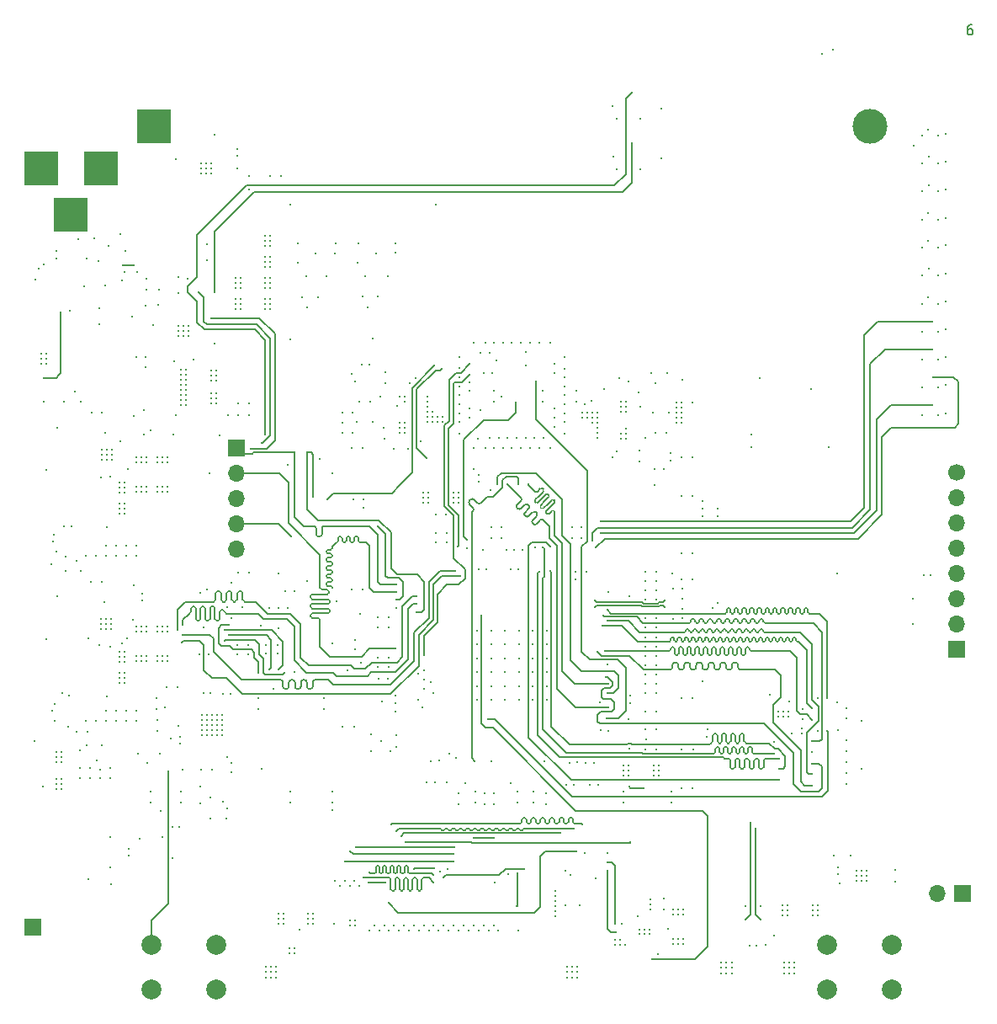
<source format=gbr>
%TF.GenerationSoftware,KiCad,Pcbnew,8.0.5*%
%TF.CreationDate,2024-10-11T17:01:53-05:00*%
%TF.ProjectId,Thermal_Camera,54686572-6d61-46c5-9f43-616d6572612e,rev?*%
%TF.SameCoordinates,Original*%
%TF.FileFunction,Copper,L6,Inr*%
%TF.FilePolarity,Positive*%
%FSLAX46Y46*%
G04 Gerber Fmt 4.6, Leading zero omitted, Abs format (unit mm)*
G04 Created by KiCad (PCBNEW 8.0.5) date 2024-10-11 17:01:53*
%MOMM*%
%LPD*%
G01*
G04 APERTURE LIST*
%ADD10C,0.150000*%
%TA.AperFunction,NonConductor*%
%ADD11C,0.150000*%
%TD*%
%TA.AperFunction,ComponentPad*%
%ADD12R,3.500000X3.500000*%
%TD*%
%TA.AperFunction,ComponentPad*%
%ADD13C,2.000000*%
%TD*%
%TA.AperFunction,ComponentPad*%
%ADD14R,1.700000X1.700000*%
%TD*%
%TA.AperFunction,ComponentPad*%
%ADD15O,1.700000X1.700000*%
%TD*%
%TA.AperFunction,ComponentPad*%
%ADD16C,1.700000*%
%TD*%
%TA.AperFunction,ComponentPad*%
%ADD17C,3.500000*%
%TD*%
%TA.AperFunction,ViaPad*%
%ADD18C,0.300000*%
%TD*%
%TA.AperFunction,Conductor*%
%ADD19C,0.168910*%
%TD*%
%TA.AperFunction,Conductor*%
%ADD20C,0.127000*%
%TD*%
G04 APERTURE END LIST*
D10*
D11*
X265277001Y-42811819D02*
X265086525Y-42811819D01*
X265086525Y-42811819D02*
X264991287Y-42859438D01*
X264991287Y-42859438D02*
X264943668Y-42907057D01*
X264943668Y-42907057D02*
X264848430Y-43049914D01*
X264848430Y-43049914D02*
X264800811Y-43240390D01*
X264800811Y-43240390D02*
X264800811Y-43621342D01*
X264800811Y-43621342D02*
X264848430Y-43716580D01*
X264848430Y-43716580D02*
X264896049Y-43764200D01*
X264896049Y-43764200D02*
X264991287Y-43811819D01*
X264991287Y-43811819D02*
X265181763Y-43811819D01*
X265181763Y-43811819D02*
X265277001Y-43764200D01*
X265277001Y-43764200D02*
X265324620Y-43716580D01*
X265324620Y-43716580D02*
X265372239Y-43621342D01*
X265372239Y-43621342D02*
X265372239Y-43383247D01*
X265372239Y-43383247D02*
X265324620Y-43288009D01*
X265324620Y-43288009D02*
X265277001Y-43240390D01*
X265277001Y-43240390D02*
X265181763Y-43192771D01*
X265181763Y-43192771D02*
X264991287Y-43192771D01*
X264991287Y-43192771D02*
X264896049Y-43240390D01*
X264896049Y-43240390D02*
X264848430Y-43288009D01*
X264848430Y-43288009D02*
X264800811Y-43383247D01*
D12*
%TO.N,+12Vin*%
%TO.C,J201*%
X177602400Y-57242200D03*
%TO.N,GND*%
X171602400Y-57242200D03*
X174602400Y-61942200D03*
%TD*%
D13*
%TO.N,+3.0V*%
%TO.C,SW1501*%
X257173800Y-139816400D03*
X250673800Y-139816400D03*
%TO.N,Net-(J1502-Pin_2)*%
X257173800Y-135316400D03*
X250673800Y-135316400D03*
%TD*%
D14*
%TO.N,+3.0V*%
%TO.C,J1502*%
X264292000Y-130149600D03*
D15*
%TO.N,Net-(J1502-Pin_2)*%
X261752000Y-130149600D03*
%TD*%
D14*
%TO.N,Net-(D1501B-K2)*%
%TO.C,J1501*%
X263722000Y-105628200D03*
D15*
%TO.N,+3.0V*%
X263722000Y-103088200D03*
%TO.N,Net-(J1501-Pin_3)*%
X263722000Y-100548200D03*
%TO.N,PIC32MZ_ICSPDAT*%
X263722000Y-98008200D03*
%TO.N,PIC32MZ_ICSPCLK*%
X263722000Y-95468200D03*
%TO.N,unconnected-(J1501-Pin_6-Pad6)*%
X263722000Y-92928200D03*
%TO.N,unconnected-(J1501-Pin_7-Pad7)*%
X263722000Y-90388200D03*
D16*
%TO.N,unconnected-(J1501-Pin_8-Pad8)*%
X263722000Y-87848200D03*
%TD*%
D13*
%TO.N,GND*%
%TO.C,SW2501*%
X189203400Y-139816400D03*
X182703400Y-139816400D03*
%TO.N,Net-(U2502-~{MR})*%
X189203400Y-135316400D03*
X182703400Y-135316400D03*
%TD*%
D12*
%TO.N,VBAT*%
%TO.C,J1401*%
X182973400Y-53035200D03*
D17*
%TO.N,Net-(J1401--)*%
X254973400Y-53035200D03*
%TD*%
D14*
%TO.N,~{FLASH_SPI_CS}*%
%TO.C,J2002*%
X191211200Y-85394800D03*
D15*
%TO.N,FLASH_SPI_SCK*%
X191211200Y-87934800D03*
%TO.N,FLASH_SPI_MOSI*%
X191211200Y-90474800D03*
%TO.N,FLASH_SPI_MISO*%
X191211200Y-93014800D03*
%TO.N,GND*%
X191211200Y-95554800D03*
%TD*%
D14*
%TO.N,GND*%
%TO.C,TP201*%
X170764200Y-133559400D03*
%TD*%
D18*
%TO.N,Net-(U201-RTN)*%
X173151800Y-65582800D03*
X178054000Y-69037200D03*
X176149000Y-66268600D03*
X177342800Y-66598800D03*
X175945800Y-69088000D03*
%TO.N,+12Vin*%
X178409600Y-64998600D03*
%TO.N,GND*%
X233468000Y-110007400D03*
X224282000Y-80949800D03*
X215493600Y-109296200D03*
X194183000Y-105181400D03*
X216281000Y-85369400D03*
X246888000Y-138150600D03*
X194183000Y-137515600D03*
X246354600Y-138150600D03*
X180009800Y-91973400D03*
X222834200Y-85369400D03*
X237151000Y-119532400D03*
X188264800Y-112217200D03*
X215163400Y-74752200D03*
X208203800Y-83362800D03*
X179984400Y-107950000D03*
X207695800Y-83870800D03*
X219684600Y-105105200D03*
X185309600Y-109397800D03*
X212369400Y-92031400D03*
X203631800Y-129362200D03*
X194665600Y-64998600D03*
X194538600Y-101473000D03*
X230682800Y-78638400D03*
X178511200Y-124485400D03*
X189280800Y-113741200D03*
X213690200Y-78257400D03*
X213690200Y-80060800D03*
X194157600Y-66624200D03*
X188264800Y-112717800D03*
X179984400Y-105841800D03*
X194157600Y-68732400D03*
X179476400Y-107950000D03*
X229920800Y-83896200D03*
X233468000Y-102489000D03*
X178155600Y-103080600D03*
X216890600Y-106502200D03*
X197104000Y-136118600D03*
X179501800Y-88849200D03*
X215163400Y-85369400D03*
X188264800Y-113233200D03*
X243992400Y-131445000D03*
X236245400Y-132257800D03*
X209829400Y-84683600D03*
X241096800Y-137617200D03*
X241096800Y-138150600D03*
X224282000Y-79171800D03*
X225958400Y-93353800D03*
X183794400Y-89281000D03*
X194157600Y-63982600D03*
X242493800Y-131445000D03*
X208203800Y-83870800D03*
X179501800Y-91973400D03*
X173659800Y-116949000D03*
X233468000Y-113665000D03*
X196596000Y-135610600D03*
X194716400Y-137515600D03*
X179705000Y-68529200D03*
X177647600Y-88315800D03*
X246888000Y-137617200D03*
X233730800Y-117297200D03*
X191846200Y-101320600D03*
X254127000Y-128371600D03*
X225552000Y-138582400D03*
X194665600Y-68732400D03*
X194157600Y-64490600D03*
X222834200Y-74752200D03*
X230022400Y-133172200D03*
X233730800Y-118313200D03*
X200025000Y-110524200D03*
X186410600Y-73093800D03*
X218821000Y-97561400D03*
X190728600Y-117932200D03*
X225552000Y-137515600D03*
X179527200Y-84683600D03*
X180009800Y-89865200D03*
X173659800Y-115925600D03*
X176352200Y-128676400D03*
X231819400Y-133756400D03*
X180721000Y-72136000D03*
X221335600Y-95377000D03*
X213690200Y-82753200D03*
X221081600Y-109296200D03*
X194665600Y-63982600D03*
X205587600Y-108534200D03*
X249148600Y-115951000D03*
X250164600Y-45770800D03*
X194157600Y-64998600D03*
X189788800Y-112717800D03*
X253619000Y-127863600D03*
X229362000Y-135305800D03*
X207695800Y-82847400D03*
X237185200Y-115646200D03*
X194157600Y-66116200D03*
X181686200Y-89281000D03*
X223299100Y-83212200D03*
X188747400Y-79832200D03*
X194665600Y-70332600D03*
X224485200Y-138049000D03*
X205444000Y-107365800D03*
X215493600Y-106502200D03*
X194665600Y-66624200D03*
X195249800Y-138582400D03*
X183286400Y-89789000D03*
X174066200Y-97688400D03*
X237176400Y-86258400D03*
X233222800Y-118313200D03*
X189052200Y-53873400D03*
X224282000Y-76225400D03*
X211759800Y-127939800D03*
X194157600Y-68224400D03*
X233468000Y-105308400D03*
X188747400Y-78587600D03*
X184302400Y-106781600D03*
X195249800Y-137515600D03*
X173659800Y-119126000D03*
X208203800Y-82847400D03*
X173151800Y-116949000D03*
X229895400Y-134797800D03*
X217881200Y-93353800D03*
X219684600Y-103708200D03*
X229920800Y-81203800D03*
X213080600Y-90881200D03*
X194157600Y-70840600D03*
X251790200Y-113741200D03*
X217195400Y-85369400D03*
X174396400Y-110210600D03*
X188671200Y-57251600D03*
X249739600Y-131370000D03*
X233468000Y-99644200D03*
X181686200Y-89789000D03*
X222478600Y-109296200D03*
X183540400Y-116103400D03*
X253619000Y-128371600D03*
X202980200Y-90500200D03*
X257556000Y-128930400D03*
X181178200Y-106781600D03*
X221081600Y-105105200D03*
X194157600Y-67132200D03*
X174625000Y-93192600D03*
X187985400Y-103378000D03*
X221081600Y-107899200D03*
X253619000Y-128879600D03*
X203225400Y-78638400D03*
X177673000Y-86055200D03*
X214679100Y-82312200D03*
X214249000Y-119075200D03*
X217195400Y-74752200D03*
X181178200Y-89281000D03*
X213690200Y-76225400D03*
X178155600Y-103588600D03*
X177952400Y-100884800D03*
X254177800Y-117652800D03*
X224485200Y-138582400D03*
X178181000Y-86563200D03*
X223299100Y-76912200D03*
X171627800Y-75869800D03*
X179501800Y-91465400D03*
X233468000Y-107188000D03*
X202827800Y-99568000D03*
X178181000Y-85539800D03*
X196392800Y-101473000D03*
X237176400Y-95910400D03*
X254635000Y-128879600D03*
X194183000Y-138049000D03*
X194665600Y-64490600D03*
X179984400Y-108966000D03*
X260229400Y-76428600D03*
X215493600Y-110693200D03*
X246253000Y-111861600D03*
X222199200Y-116840000D03*
X245745000Y-112369600D03*
X218287600Y-103708200D03*
X228676200Y-99847400D03*
X225450400Y-79612400D03*
X233222800Y-117297200D03*
X233468000Y-100609400D03*
X233468000Y-97764600D03*
X221081600Y-110693200D03*
X260229400Y-70840600D03*
X220776800Y-85369400D03*
X205444000Y-106426000D03*
X180009800Y-91465400D03*
X216890600Y-105105200D03*
X226339400Y-80975200D03*
X251307600Y-45339000D03*
X221081600Y-103708200D03*
X188772800Y-113233200D03*
X229514400Y-52222400D03*
X222478600Y-110693200D03*
X182194200Y-89281000D03*
X188620400Y-122580400D03*
X213080600Y-89814400D03*
X230428800Y-83896200D03*
X254177800Y-112776000D03*
X228269800Y-79400400D03*
X226339400Y-126060200D03*
X212496400Y-127685800D03*
X205444000Y-103352600D03*
X213080600Y-90347800D03*
X247421400Y-138150600D03*
X217246200Y-129006600D03*
X249739600Y-131878000D03*
X178181000Y-86055200D03*
X237176400Y-90195400D03*
X246888000Y-137083800D03*
X188747400Y-80340200D03*
X221081600Y-106502200D03*
X189788800Y-112217200D03*
X230784400Y-115544600D03*
X237151000Y-80797400D03*
X181686200Y-106273600D03*
X175463200Y-115747800D03*
X218287600Y-109296200D03*
X230428800Y-83388200D03*
X248208800Y-111607600D03*
X230428800Y-81719200D03*
X213639400Y-121174600D03*
X224282000Y-83896200D03*
X201142600Y-128879600D03*
X246253000Y-112369600D03*
X194157600Y-69240400D03*
X178079400Y-83820000D03*
X179501800Y-89865200D03*
X194665600Y-69240400D03*
X174066200Y-96316800D03*
X178663600Y-103588600D03*
X188671200Y-57759600D03*
X224282000Y-81889600D03*
X234899200Y-86664800D03*
X186893200Y-76428600D03*
X188798200Y-117678200D03*
X180848000Y-102641400D03*
X216739100Y-84372200D03*
X204774800Y-114173000D03*
X184810400Y-126619000D03*
X188747400Y-77571600D03*
X192447000Y-106095800D03*
X232327400Y-133756400D03*
X203733400Y-102006400D03*
X208203800Y-80670400D03*
X213690200Y-80949800D03*
X216230200Y-121174600D03*
X249231600Y-132386000D03*
X237151000Y-98552000D03*
X205282800Y-65760600D03*
X172085000Y-104546400D03*
X176352200Y-104521000D03*
X185394600Y-73093800D03*
X260229400Y-79273400D03*
X233468000Y-104368600D03*
X187604400Y-119354600D03*
X187756800Y-113741200D03*
X195478400Y-101473000D03*
X247421400Y-137083800D03*
X178663600Y-102565200D03*
X218084400Y-85369400D03*
X187655200Y-57759600D03*
X203123800Y-128879600D03*
X254127000Y-128879600D03*
X195249800Y-138049000D03*
X238633000Y-113639600D03*
X187629800Y-99923600D03*
X216890600Y-110693200D03*
X232835400Y-134213600D03*
X189255400Y-78587600D03*
X246354600Y-137083800D03*
X251714000Y-110921800D03*
X187756800Y-112717800D03*
X230403400Y-135305800D03*
X224282000Y-82753200D03*
X179501800Y-90957400D03*
X259308600Y-100533200D03*
X188772800Y-113741200D03*
X218084400Y-74752200D03*
X195446200Y-132208200D03*
X207086200Y-85445600D03*
X189255400Y-79832200D03*
X238125000Y-108788200D03*
X216890600Y-109296200D03*
X220776800Y-74752200D03*
X233222800Y-117805200D03*
X177647600Y-102565200D03*
X218287600Y-106502200D03*
X177673000Y-85539800D03*
X215493600Y-107899200D03*
X195376800Y-105181400D03*
X229539800Y-57302400D03*
X189890400Y-120904000D03*
X194716400Y-138582400D03*
X179501800Y-89357200D03*
X216941400Y-93353800D03*
X179984400Y-108458000D03*
X197129400Y-99720400D03*
X221691200Y-85369400D03*
X207695800Y-83362800D03*
X197104000Y-135610600D03*
X223291400Y-81407000D03*
X188747400Y-80848200D03*
X218973400Y-85369400D03*
X260229400Y-67995800D03*
X204241400Y-68097400D03*
X179476400Y-106349800D03*
X179603400Y-63855600D03*
X185902600Y-73609200D03*
X189788800Y-114249200D03*
X216941400Y-116840000D03*
X182905400Y-72974200D03*
X220370400Y-77038200D03*
X219887800Y-85369400D03*
X241096800Y-137083800D03*
X229895400Y-135305800D03*
X201625200Y-129413000D03*
X187655200Y-56736200D03*
X182194200Y-106273600D03*
X192523200Y-80873600D03*
X185394600Y-74117200D03*
X185851800Y-117678200D03*
X235229400Y-131749800D03*
X177673000Y-86563200D03*
X195954200Y-132208200D03*
X237176400Y-110464600D03*
X231698800Y-79806800D03*
X213690200Y-83896200D03*
X213690200Y-77343000D03*
X213614000Y-89814400D03*
X229362000Y-134797800D03*
X200914000Y-87934800D03*
X189280800Y-113233200D03*
X195954200Y-132716200D03*
X199440800Y-70180200D03*
X234289600Y-130683000D03*
X208203800Y-80155000D03*
X192523200Y-82016600D03*
X194665600Y-70840600D03*
X225526600Y-116916200D03*
X171627800Y-76885800D03*
X183286400Y-89281000D03*
X178663600Y-103080600D03*
X219684600Y-109296200D03*
X183286400Y-106273600D03*
X234569000Y-77825600D03*
X217932000Y-80162400D03*
X173151800Y-66294000D03*
X194665600Y-68224400D03*
X235229400Y-132257800D03*
X229920800Y-81719200D03*
X178689000Y-86563200D03*
X225018600Y-138049000D03*
X217170000Y-121174600D03*
X233468000Y-98704400D03*
X187756800Y-114249200D03*
X188747400Y-78079600D03*
X215493600Y-103708200D03*
X173888400Y-80695800D03*
X185140600Y-56311800D03*
X180009800Y-89357200D03*
X182194200Y-89789000D03*
X173659800Y-116433600D03*
X178689000Y-86055200D03*
X194995800Y-109601000D03*
X187756800Y-112217200D03*
X188264800Y-113741200D03*
X219684600Y-110693200D03*
X251993400Y-129133600D03*
X179984400Y-106349800D03*
X184302400Y-106273600D03*
X225018600Y-137515600D03*
X206527400Y-108534200D03*
X216128600Y-77825600D03*
X172135800Y-75869800D03*
X231819400Y-134213600D03*
X234289600Y-131749800D03*
X233468000Y-103428800D03*
X185902600Y-73093800D03*
X233468000Y-108127800D03*
X222427800Y-121174600D03*
X224485200Y-137515600D03*
X203225400Y-105613200D03*
X202827800Y-85369400D03*
X183286400Y-112699800D03*
X246761000Y-112369600D03*
X213690200Y-81864200D03*
X230784400Y-100228400D03*
X178562000Y-105308400D03*
X218287600Y-107899200D03*
X185369200Y-68199000D03*
X178536600Y-127508000D03*
X231800400Y-85623400D03*
X260223000Y-53949600D03*
X179984400Y-106857800D03*
X173151800Y-115925600D03*
X260229400Y-82067400D03*
X181178200Y-89789000D03*
X173151800Y-119126000D03*
X203225400Y-104673400D03*
X247421400Y-137617200D03*
X180009800Y-88849200D03*
X213690200Y-79171800D03*
X180924200Y-82143600D03*
X183667400Y-121818400D03*
X222478600Y-105105200D03*
X172135800Y-76377800D03*
X189255400Y-77571600D03*
X177647600Y-103080600D03*
X206273400Y-78841600D03*
X172110400Y-87528400D03*
X173151800Y-116433600D03*
X185902600Y-74117200D03*
X240563400Y-138150600D03*
X213614000Y-90881200D03*
X183794400Y-89789000D03*
X221234000Y-84378800D03*
X178689000Y-85539800D03*
X213614000Y-90347800D03*
X218287600Y-105105200D03*
X201066400Y-133172200D03*
X194157600Y-71348600D03*
X235737400Y-131749800D03*
X182194200Y-106781600D03*
X225018600Y-138582400D03*
X173659800Y-118618000D03*
X218973400Y-74752200D03*
X189280800Y-112217200D03*
X189255400Y-80340200D03*
X219684600Y-107899200D03*
X234696000Y-133680200D03*
X195954200Y-133224200D03*
X193446400Y-110540800D03*
X260229400Y-62382400D03*
X192548600Y-97917000D03*
X245338600Y-134366000D03*
X177647600Y-103588600D03*
X189255400Y-78079600D03*
X240030000Y-137083800D03*
X194665600Y-57988200D03*
X192447000Y-105156000D03*
X249231600Y-131878000D03*
X230428800Y-80695800D03*
X222478600Y-103708200D03*
X217144600Y-79612400D03*
X233730800Y-117805200D03*
X181178200Y-106273600D03*
X199186800Y-65760600D03*
X187756800Y-113233200D03*
X183286400Y-106781600D03*
X189280800Y-114249200D03*
X189280800Y-112717800D03*
X207695800Y-80155000D03*
X195446200Y-133224200D03*
X245389400Y-114909600D03*
X189788800Y-113741200D03*
X188264800Y-114249200D03*
X195446200Y-132716200D03*
X246761000Y-111861600D03*
X188163200Y-56736200D03*
X207418800Y-81125800D03*
X219887800Y-74752200D03*
X178155600Y-102565200D03*
X186410600Y-74117200D03*
X218440000Y-95605600D03*
X179476400Y-105841800D03*
X254635000Y-127863600D03*
X170992800Y-68453000D03*
X248208800Y-112649000D03*
X183794400Y-106273600D03*
X221691200Y-74752200D03*
X250875800Y-85267800D03*
X170891200Y-114808000D03*
X259308600Y-103073200D03*
X225399600Y-97815400D03*
X233468000Y-106248200D03*
X195453000Y-103505000D03*
X233468000Y-115646200D03*
X205511400Y-70154800D03*
X240563400Y-137083800D03*
X216281000Y-74752200D03*
X249739600Y-132386000D03*
X260229400Y-56743600D03*
X233468000Y-109067600D03*
X174294800Y-113411000D03*
X194665600Y-71348600D03*
X225552000Y-138049000D03*
X220345000Y-75742800D03*
X196189600Y-99720400D03*
X189255400Y-80848200D03*
X224282000Y-80060800D03*
X209499200Y-108077000D03*
X215493600Y-105105200D03*
X216890600Y-107899200D03*
X216890600Y-103708200D03*
X218287600Y-110693200D03*
X202438000Y-107721400D03*
X230428800Y-81203800D03*
X222139100Y-84372200D03*
X188671200Y-56736200D03*
X240030000Y-138150600D03*
X188772800Y-112717800D03*
X229920800Y-84411600D03*
X219684600Y-106502200D03*
X232835400Y-133756400D03*
X225018600Y-93353800D03*
X179476400Y-106857800D03*
X215823800Y-75768200D03*
X173151800Y-118618000D03*
X181686200Y-106781600D03*
X228650800Y-113842800D03*
X232327400Y-134213600D03*
X222478600Y-106502200D03*
X205444000Y-102412800D03*
X171627800Y-76377800D03*
X177444400Y-105206800D03*
X179476400Y-108458000D03*
X173151800Y-119641400D03*
X179476400Y-108966000D03*
X177190400Y-116738400D03*
X217017600Y-77825600D03*
X244932200Y-110134400D03*
X254127000Y-127863600D03*
X231673400Y-132461000D03*
X195376800Y-105994200D03*
X194183000Y-105994200D03*
X260426200Y-98145600D03*
X240563400Y-137617200D03*
X194157600Y-70332600D03*
X180009800Y-90957400D03*
X229920800Y-80695800D03*
X260229400Y-73634600D03*
X188772800Y-112217200D03*
X218617800Y-128193800D03*
X198247000Y-68122800D03*
X189788800Y-113233200D03*
X194183000Y-138582400D03*
X230428800Y-84411600D03*
X195732400Y-57988200D03*
X235185800Y-99491800D03*
X254635000Y-128371600D03*
X233468000Y-111836200D03*
X194665600Y-67132200D03*
X245745000Y-111861600D03*
X240030000Y-137617200D03*
X185394600Y-73609200D03*
X224282000Y-78257400D03*
X222478600Y-107899200D03*
X235737400Y-132257800D03*
X187655200Y-57251600D03*
X194665600Y-66116200D03*
X186410600Y-73609200D03*
X206121000Y-84455000D03*
X184302400Y-89281000D03*
X235178600Y-102514400D03*
X172135800Y-76885800D03*
X217424000Y-76581000D03*
X183794400Y-106781600D03*
X249231600Y-131370000D03*
X260229400Y-59563000D03*
X173659800Y-119641400D03*
X184302400Y-89789000D03*
X182168800Y-68360200D03*
X236245400Y-131749800D03*
X202133200Y-128879600D03*
X180924200Y-99161600D03*
X224294100Y-77362200D03*
X190728600Y-116992400D03*
X202641200Y-129387600D03*
X194716400Y-138049000D03*
X222072200Y-79637800D03*
X246354600Y-137617200D03*
X260229400Y-65201800D03*
X210108800Y-107696000D03*
X196596000Y-136118600D03*
X188772800Y-114249200D03*
X188163200Y-57759600D03*
X188163200Y-57251600D03*
X243941600Y-78333600D03*
%TO.N,+12V*%
X174472600Y-71551800D03*
X186207400Y-79984600D03*
X185699400Y-78460600D03*
X177419000Y-72910600D03*
X185699400Y-81000600D03*
X185699400Y-79984600D03*
X186207400Y-77952600D03*
X185699400Y-78968600D03*
X185699400Y-77444600D03*
X185699400Y-80492600D03*
X186207400Y-81000600D03*
X185699400Y-77952600D03*
X185699400Y-79476600D03*
X186207400Y-77444600D03*
X186207400Y-80492600D03*
X186207400Y-78968600D03*
X186207400Y-78460600D03*
X186207400Y-79476600D03*
%TO.N,+3.0V*%
X176657000Y-81788000D03*
X204774800Y-115824000D03*
X206544000Y-107365800D03*
X230708200Y-117805200D03*
X187502800Y-106070400D03*
X198450200Y-133223000D03*
X206273400Y-77749400D03*
X206544000Y-102412800D03*
X213639400Y-120074600D03*
X215823800Y-81534000D03*
X208483200Y-85445600D03*
X205765400Y-80187800D03*
X230708200Y-118313200D03*
X198958200Y-133223000D03*
X234899200Y-85902800D03*
X206544000Y-103352600D03*
X190296800Y-101320600D03*
X181203600Y-76174600D03*
X228625400Y-126060200D03*
X210058000Y-90881200D03*
X206544000Y-106426000D03*
X261880400Y-67995800D03*
X199644000Y-86487000D03*
X227380800Y-128625600D03*
X246227600Y-131368800D03*
X261880400Y-65201800D03*
X249097800Y-79451200D03*
X229108000Y-50952400D03*
X232368000Y-115646200D03*
X233654600Y-136220200D03*
X257556000Y-127812800D03*
X203351000Y-82726000D03*
X198450200Y-132207000D03*
X231927400Y-52222400D03*
X217881200Y-94453800D03*
X181152800Y-96164400D03*
X225018600Y-94453800D03*
X198374000Y-98704400D03*
X261880400Y-70840600D03*
X202971400Y-81762600D03*
X173253400Y-100279200D03*
X246735600Y-131368800D03*
X210058000Y-89814400D03*
X231876600Y-57302400D03*
X201955400Y-81762600D03*
X201117200Y-65760600D03*
X203149200Y-133350000D03*
X175564800Y-97688400D03*
X261880400Y-73634600D03*
X177723800Y-81788000D03*
X229158800Y-56032400D03*
X261880400Y-79273400D03*
X196392800Y-87071200D03*
X207289400Y-65735200D03*
X180263800Y-104521000D03*
X234035600Y-51206400D03*
X178104800Y-95148400D03*
X210058000Y-90347800D03*
X178511200Y-88239600D03*
X230200200Y-117805200D03*
X231800400Y-86715600D03*
X232968800Y-77825600D03*
X244475000Y-135331200D03*
X195503800Y-97993200D03*
X202641200Y-132842000D03*
X175564800Y-80695800D03*
X200914000Y-105029000D03*
X178104800Y-96164400D03*
X173126400Y-95732600D03*
X172948600Y-112750600D03*
X261880400Y-76428600D03*
X203149200Y-132842000D03*
X176072800Y-96164400D03*
X173253400Y-83286600D03*
X181152800Y-95148400D03*
X180136800Y-95148400D03*
X179120800Y-95148400D03*
X238607600Y-114376200D03*
X230200200Y-117297200D03*
X201955400Y-83794600D03*
X203936600Y-70154800D03*
X186359800Y-68326000D03*
X230200200Y-118313200D03*
X215569800Y-84429600D03*
X216814400Y-89585800D03*
X198958200Y-132715000D03*
X180035200Y-65557400D03*
X202641200Y-133350000D03*
X210591400Y-89814400D03*
X176631600Y-98780600D03*
X180136800Y-96164400D03*
X210591400Y-90881200D03*
X222427800Y-120074600D03*
X210591400Y-90347800D03*
X198450200Y-132715000D03*
X198958200Y-132207000D03*
X197840600Y-70180200D03*
X201955400Y-82778600D03*
X261874000Y-53949600D03*
X246913400Y-110845600D03*
X177088800Y-96164400D03*
X211302600Y-92031400D03*
X234035600Y-56210200D03*
X246735600Y-132384800D03*
X261880400Y-59563000D03*
X179120800Y-96164400D03*
X230708200Y-117297200D03*
X180289200Y-87503000D03*
X216230200Y-120074600D03*
X261880400Y-82067400D03*
X205917800Y-110871000D03*
X261137400Y-98171000D03*
X202971400Y-83794600D03*
X261880400Y-56743600D03*
X226974400Y-80645000D03*
X261880400Y-62382400D03*
X173888400Y-93218000D03*
X246735600Y-131876800D03*
X229755700Y-78346300D03*
X192532000Y-57988200D03*
X246227600Y-132384800D03*
X246227600Y-131876800D03*
%TO.N,VCOM*%
X182168800Y-69460200D03*
X236245400Y-134747000D03*
X191668400Y-68732400D03*
X191423200Y-82016600D03*
X191668400Y-69240400D03*
X182194200Y-103784400D03*
X235229400Y-134747000D03*
X183235600Y-110473400D03*
X191160400Y-71348600D03*
X235737400Y-135255000D03*
X183286400Y-103276400D03*
X183794400Y-103784400D03*
X191668400Y-70332600D03*
X184302400Y-86258400D03*
X196646800Y-120971400D03*
X215290400Y-120971400D03*
X191668400Y-70840600D03*
X191160400Y-70332600D03*
X191668400Y-68224400D03*
X200914000Y-120971400D03*
X235737400Y-134747000D03*
X183794400Y-86258400D03*
X236245400Y-135255000D03*
X191160400Y-70840600D03*
X191160400Y-68224400D03*
X235229400Y-135255000D03*
X183286400Y-103784400D03*
X191448600Y-97917000D03*
X182194200Y-103276400D03*
X184302400Y-103276400D03*
X181686200Y-103784400D03*
X182194200Y-86766400D03*
X185699400Y-120971400D03*
X230174800Y-120971400D03*
X191668400Y-71348600D03*
X235026200Y-120971400D03*
X181178200Y-103276400D03*
X181686200Y-103276400D03*
X182194200Y-86258400D03*
X191423200Y-80873600D03*
X184302400Y-103784400D03*
X181686200Y-86258400D03*
X191160400Y-68732400D03*
X184302400Y-86766400D03*
X183286400Y-86258400D03*
X219506800Y-120971400D03*
X181686200Y-86766400D03*
X191160400Y-69240400D03*
X181178200Y-86258400D03*
X183794400Y-86766400D03*
X184209600Y-109397800D03*
X175167200Y-113893600D03*
X183794400Y-103276400D03*
X181178200Y-103784400D03*
X182651400Y-120971400D03*
X181178200Y-86766400D03*
X221107000Y-120971400D03*
X183286400Y-86766400D03*
%TO.N,Net-(C407-Pad1)*%
X178231800Y-93307000D03*
%TO.N,Net-(C607-Pad1)*%
X178231800Y-110307000D03*
%TO.N,Net-(C802-Pad1)*%
X204951000Y-82726000D03*
%TO.N,Net-(U801-NR{slash}SS)*%
X206095600Y-83340700D03*
%TO.N,+2.8V*%
X210947000Y-82194400D03*
X210439000Y-82702400D03*
X211963000Y-82194400D03*
X211963000Y-82702400D03*
X211455000Y-82194400D03*
X210439000Y-80670400D03*
X214679100Y-81412200D03*
X210439000Y-81686400D03*
X210439000Y-81178400D03*
X210947000Y-81686400D03*
X210947000Y-82702400D03*
X210439000Y-80162400D03*
X211455000Y-82702400D03*
X210439000Y-82194400D03*
%TO.N,POS2P8_SNS+*%
X203606400Y-80721200D03*
%TO.N,POS2P8_SNS-*%
X204724000Y-80721200D03*
%TO.N,+1.8V*%
X182651400Y-119871400D03*
X181152800Y-112826800D03*
X232368000Y-100609400D03*
X232368000Y-104368600D03*
X232368000Y-108127800D03*
X217170000Y-120074600D03*
X236051000Y-119532400D03*
X181152800Y-111810800D03*
X236076400Y-86258400D03*
X176072800Y-112826800D03*
X203927800Y-99568000D03*
X235534200Y-81807300D03*
X180136800Y-112826800D03*
X203826200Y-106984800D03*
X221107000Y-119871400D03*
X177088800Y-112826800D03*
X203927800Y-85369400D03*
X196646800Y-119871400D03*
X176267200Y-113893600D03*
X236042200Y-81813400D03*
X219506800Y-119871400D03*
X200025000Y-111624200D03*
X216941400Y-94453800D03*
X178104800Y-112826800D03*
X177723800Y-98780600D03*
X222072200Y-80737800D03*
X225958400Y-94453800D03*
X236051000Y-98552000D03*
X215290400Y-119871400D03*
X236042200Y-80797400D03*
X179120800Y-112826800D03*
X235534200Y-81305400D03*
X235534200Y-82321400D03*
X236076400Y-90195400D03*
X185699400Y-119871400D03*
X180136800Y-111810800D03*
X232368000Y-105308400D03*
X232368000Y-110007400D03*
X232368000Y-113614200D03*
X236076400Y-110464600D03*
X230174800Y-119871400D03*
X235534200Y-82829400D03*
X193446400Y-111598800D03*
X232368000Y-103428800D03*
X236042200Y-82321400D03*
X236076400Y-95910400D03*
X183235600Y-111573400D03*
X232368000Y-106248200D03*
X204080200Y-90500200D03*
X178104800Y-111810800D03*
X234775300Y-81807300D03*
X200914000Y-119871400D03*
X232410000Y-84353400D03*
X235026200Y-119871400D03*
X236042200Y-81305400D03*
X232368000Y-102489000D03*
X236042200Y-82829400D03*
X232368000Y-111836200D03*
X225450400Y-80712400D03*
X179120800Y-111810800D03*
X235534200Y-80797400D03*
X217144600Y-80712400D03*
X236042200Y-115646200D03*
X232368000Y-109067600D03*
%TO.N,Net-(C1003-Pad1)*%
X233175300Y-81807300D03*
%TO.N,Net-(U1002-NR{slash}SS)*%
X231927400Y-81203800D03*
%TO.N,+1.2V*%
X227609400Y-82321400D03*
X227609400Y-81813400D03*
X227609400Y-84353400D03*
X223299100Y-82312200D03*
X226085400Y-82321400D03*
X227101400Y-82321400D03*
X227101400Y-82829400D03*
X226085400Y-81813400D03*
X227609400Y-82829400D03*
X226593400Y-82321400D03*
X227101400Y-81813400D03*
X226593400Y-81813400D03*
X227609400Y-83845400D03*
X227609400Y-83337400D03*
%TO.N,POS1P2_SNS-*%
X233400600Y-83845400D03*
%TO.N,POS1P2_SNS+*%
X234518200Y-83845400D03*
%TO.N,Net-(D1201-K)*%
X225780600Y-131343400D03*
%TO.N,VLED_SNS+*%
X224834288Y-128314288D03*
%TO.N,VLED_SNS-*%
X224339312Y-127819312D03*
%TO.N,VBAT*%
X188290200Y-64909800D03*
%TO.N,+5V_USB*%
X185369200Y-69765000D03*
X196697600Y-74472800D03*
X171780200Y-119354600D03*
X181483000Y-124612400D03*
X232368000Y-97764600D03*
X204038200Y-91363800D03*
X183794400Y-124485400D03*
%TO.N,Net-(C1405-Pad2)*%
X189052200Y-74853800D03*
%TO.N,Net-(U1402-BST)*%
X184962800Y-76657200D03*
%TO.N,BATT_SNS-*%
X188290200Y-66509800D03*
%TO.N,VMEM_REF*%
X228600000Y-107086400D03*
X232368000Y-107188000D03*
%TO.N,+3.3V_USB_MZ*%
X232368000Y-98704400D03*
X232368000Y-99644200D03*
%TO.N,PIC_USBHS_D+*%
X190622800Y-110050024D03*
X236085800Y-101549200D03*
X239198312Y-101466488D03*
X236093000Y-102489000D03*
X215620600Y-88767400D03*
%TO.N,PIC_USBHS_D-*%
X189922800Y-110050024D03*
X215620600Y-88067400D03*
X236085800Y-99491800D03*
X236085800Y-100482400D03*
X239693288Y-100971512D03*
%TO.N,+3.0VA_MZ*%
X211286000Y-93903800D03*
X211286000Y-94843600D03*
%TO.N,GNDA_MZ*%
X212386000Y-93903800D03*
X212386000Y-94843600D03*
%TO.N,+3.0V_SD*%
X248158000Y-113538000D03*
X247142000Y-114046000D03*
X248158000Y-114046000D03*
X249758200Y-113766600D03*
X252612600Y-115876800D03*
X249758200Y-110464600D03*
%TO.N,+3.3V_USB*%
X177495200Y-118567200D03*
X183286400Y-113792000D03*
X187680600Y-117678200D03*
X178638200Y-129184400D03*
X177673000Y-115239800D03*
X190296800Y-116433600D03*
X181305200Y-116128800D03*
X178511200Y-117551200D03*
X175463200Y-118567200D03*
X188417200Y-106070400D03*
X197129400Y-107873800D03*
X176479200Y-118567200D03*
X177495200Y-117678200D03*
X184073800Y-111404400D03*
X193751200Y-117576600D03*
X175463200Y-117551200D03*
X176479200Y-117551200D03*
X187604400Y-121056400D03*
X178511200Y-118567200D03*
X190220600Y-122580400D03*
%TO.N,BRIDGE_USB_D+*%
X191347000Y-106095800D03*
X188622800Y-110028061D03*
%TO.N,BRIDGE_USB_D-*%
X191347000Y-105156000D03*
X187922800Y-110028061D03*
%TO.N,Net-(U2502-CT)*%
X182250500Y-117053400D03*
%TO.N,UFP_USB_D+*%
X185573406Y-115083200D03*
X180390800Y-126334000D03*
X185490600Y-123444000D03*
%TO.N,UFP_USB_D-*%
X184790600Y-123444000D03*
X185573406Y-114383200D03*
X180390800Y-125634000D03*
%TO.N,Net-(U2901-SNSK)*%
X203555600Y-64795400D03*
%TO.N,Net-(U2901-SNS)*%
X207264000Y-64820800D03*
%TO.N,Net-(U2902-SNSK)*%
X197434200Y-64820800D03*
%TO.N,Net-(U2902-SNS)*%
X201218800Y-64820800D03*
%TO.N,Net-(C2905-Pad1)*%
X206451200Y-68122800D03*
%TO.N,Net-(C2906-Pad1)*%
X200304400Y-68122800D03*
%TO.N,PIC32MZ_ICSPCLK*%
X214426800Y-95427800D03*
%TO.N,PIC32MZ_ICSPDAT*%
X207314800Y-101447600D03*
%TO.N,~{SDHC_SDCD}*%
X250665400Y-110464600D03*
X228549200Y-101650800D03*
%TO.N,Net-(D2002A-K1)*%
X252612600Y-116976800D03*
%TO.N,Net-(D2002B-K2)*%
X252612600Y-118076800D03*
%TO.N,Net-(D2002C-K3)*%
X252612600Y-119176800D03*
%TO.N,Net-(D2701-A)*%
X262661400Y-53771800D03*
%TO.N,Net-(D2702-A)*%
X262667800Y-56565800D03*
%TO.N,Net-(D2703-A)*%
X262667800Y-59385200D03*
%TO.N,Net-(D2704-A)*%
X262667800Y-62204600D03*
%TO.N,Net-(D2705-A)*%
X262652600Y-64922400D03*
%TO.N,Net-(D2706-A)*%
X262652600Y-67802800D03*
%TO.N,Net-(D2707-A)*%
X262652600Y-70586600D03*
%TO.N,Net-(D2801-A)*%
X262652600Y-73441600D03*
%TO.N,Net-(D2802-A)*%
X262652600Y-76235600D03*
%TO.N,Net-(D2803-A)*%
X262652600Y-78994000D03*
%TO.N,Net-(D2804-A)*%
X262652600Y-81874400D03*
%TO.N,I2C_SCL*%
X243052600Y-85267800D03*
X181254400Y-67665600D03*
X229489000Y-85674200D03*
X233299000Y-87503000D03*
X182575200Y-83591400D03*
X172821600Y-94792800D03*
X242900200Y-135432800D03*
X191312800Y-55295800D03*
X181737000Y-99974400D03*
X228574600Y-127025400D03*
X172720000Y-111734600D03*
X179959000Y-67691000D03*
X212699600Y-116128800D03*
X233299000Y-89077800D03*
X229311200Y-133172200D03*
X202819000Y-77876400D03*
X208711800Y-78867000D03*
X204622400Y-76936600D03*
X214680800Y-79603600D03*
X171856400Y-66878200D03*
X251815600Y-128219200D03*
%TO.N,I2C_SDA*%
X209270600Y-78359000D03*
X228574600Y-127838200D03*
X173710600Y-109956600D03*
X243611400Y-135432800D03*
X251383800Y-126365000D03*
X214680800Y-78714600D03*
X172847000Y-94056200D03*
X180924200Y-66979800D03*
X191312800Y-56007000D03*
X181940200Y-83997800D03*
X203885800Y-76936600D03*
X213334600Y-116509800D03*
X251815600Y-127482600D03*
X171348400Y-67360800D03*
X172999400Y-111074200D03*
X229412800Y-134061200D03*
X181737000Y-100685600D03*
X253034800Y-126365000D03*
X229057200Y-86309200D03*
X191312800Y-57251600D03*
X243052600Y-83997800D03*
X179857400Y-66979800D03*
X234289600Y-87477600D03*
%TO.N,USB_UART_TX*%
X213233000Y-97739200D03*
X185851800Y-104165400D03*
%TO.N,USB_UART_RX*%
X185724800Y-104952800D03*
X213791800Y-98247200D03*
%TO.N,FLIR_VOSPI_CLK*%
X228650800Y-111429800D03*
X218541600Y-89001600D03*
%TO.N,FLIR_VOSPI_MOSI*%
X228650800Y-109042200D03*
X220624400Y-89001600D03*
%TO.N,FLIR_VOSPI_MISO*%
X219583000Y-89001600D03*
X215239600Y-116840000D03*
%TO.N,FLASH_SPI_SCK*%
X207264000Y-105537000D03*
X199669400Y-99415600D03*
%TO.N,FLASH_SPI_MISO*%
X209346800Y-101854000D03*
X198983600Y-90246200D03*
X198374000Y-85801200D03*
X196773800Y-94284800D03*
%TO.N,FLASH_SPI_MOSI*%
X207314800Y-99847400D03*
X200914000Y-99415600D03*
%TO.N,~{PIC32MZ_MCLR}*%
X232468000Y-114655600D03*
%TO.N,POS3P0_RUN*%
X171831000Y-80670400D03*
X184861200Y-83972400D03*
%TO.N,POS1P8_RUN*%
X179705000Y-104978200D03*
X172643800Y-97053400D03*
%TO.N,Net-(U201-UVLO)*%
X176936400Y-64287400D03*
%TO.N,Net-(U201-OVP)*%
X175336200Y-64389000D03*
%TO.N,Net-(R205-Pad2)*%
X177419000Y-71310600D03*
%TO.N,POS12_PGOOD*%
X181965600Y-81508600D03*
X173583600Y-71704200D03*
X171831000Y-78308200D03*
X260832600Y-53314600D03*
X215138000Y-87503000D03*
%TO.N,POS3P0_PGOOD*%
X260883400Y-61722000D03*
X201345800Y-100761800D03*
X203123800Y-113411000D03*
X174980600Y-79705200D03*
X190779400Y-98907600D03*
X201955400Y-113411000D03*
X211175600Y-77089000D03*
X200355200Y-90500200D03*
X185140600Y-82067400D03*
%TO.N,POS1P8_PGOOD*%
X260908800Y-56083200D03*
X175158400Y-96697800D03*
X204927200Y-74345800D03*
X188518800Y-87909400D03*
X236093000Y-78486000D03*
%TO.N,POS2P8_PGOOD*%
X210388200Y-86334600D03*
X260908800Y-67335400D03*
X211886800Y-77368400D03*
%TO.N,POS1P2_RUN*%
X239674400Y-91414600D03*
X238150400Y-91414600D03*
%TO.N,POS1P2_PGOOD*%
X233451400Y-78867000D03*
X238150400Y-92176600D03*
X260858000Y-64516000D03*
X239674400Y-92176600D03*
%TO.N,BACKLIGHT_PWM*%
X233045000Y-136753600D03*
X215900000Y-102209600D03*
%TO.N,BACKLIGHT_CATHODE*%
X232943400Y-130708400D03*
X232943400Y-131724400D03*
X232943400Y-131216400D03*
%TO.N,BACKLIGHT_ANODE*%
X223316800Y-129870200D03*
X224358200Y-131318000D03*
X223316800Y-130378200D03*
X223316800Y-131902200D03*
X223316800Y-130886200D03*
X223316800Y-131394200D03*
X223316800Y-132410200D03*
%TO.N,~{BATT_CEN}*%
X182110800Y-71069200D03*
X219227400Y-95605600D03*
%TO.N,BATT_IUSB*%
X182085400Y-77216000D03*
X219633800Y-97561400D03*
%TO.N,~{BATT_FLT}*%
X194157600Y-83997800D03*
X186359800Y-69672200D03*
X231013000Y-49657000D03*
X226466400Y-97815400D03*
%TO.N,~{BATT_UOK}*%
X193802000Y-84836000D03*
X225399600Y-98526600D03*
X187426600Y-69672200D03*
%TO.N,BATT_LOWBAT*%
X192532000Y-59385200D03*
X260908800Y-58902600D03*
X196672200Y-60883800D03*
X220014800Y-95605600D03*
X211328000Y-60883800D03*
%TO.N,~{BATT_DOK}*%
X216027000Y-95580200D03*
X182110800Y-76174600D03*
%TO.N,~{BATT_CHG}*%
X192684400Y-85471000D03*
X215646000Y-97586800D03*
X188696600Y-72288400D03*
X189026800Y-69672200D03*
X231013000Y-54737000D03*
%TO.N,Net-(U1402-THM)*%
X183438800Y-69443600D03*
%TO.N,PIC32MZ_CLK_EN*%
X205790800Y-114833400D03*
%TO.N,PIC_USB_D+*%
X227287586Y-101365800D03*
X234355969Y-101365800D03*
%TO.N,PIC_USB_D-*%
X234355969Y-100665800D03*
X227287586Y-100665800D03*
%TO.N,SDHC_SDDATA2*%
X227584000Y-105816400D03*
X249148600Y-119278400D03*
%TO.N,SDHC_SDDATA3*%
X228612700Y-102755700D03*
X249148600Y-118160800D03*
%TO.N,SDHC_SDCMD*%
X249148600Y-117068600D03*
X228422200Y-108356400D03*
%TO.N,SDHC_SDCK*%
X249174000Y-114858800D03*
X228142800Y-102235000D03*
%TO.N,SDHC_SDDATA0*%
X249174000Y-112674400D03*
X228295200Y-105791000D03*
%TO.N,SDHC_SDDATA1*%
X249199400Y-111556800D03*
X228066600Y-103251000D03*
%TO.N,~{SD_SPI_CS}*%
X245872000Y-118719600D03*
X222859600Y-95275400D03*
%TO.N,SD_SPI_SCK*%
X221716600Y-97764600D03*
X245872000Y-116560600D03*
%TO.N,SD_SPI_MOSI*%
X245872000Y-117627400D03*
X222808800Y-97739200D03*
%TO.N,SD_SPI_MISO*%
X245364000Y-116052600D03*
X222072200Y-95326200D03*
%TO.N,~{SDHC_SDWP}*%
X250672600Y-113792000D03*
X216535000Y-112649000D03*
%TO.N,~{FLASH_SPI_WP}*%
X207314800Y-100609400D03*
X205511400Y-93268800D03*
%TO.N,~{FLASH_SPI_CS}*%
X207340200Y-99034600D03*
X197129400Y-85801200D03*
%TO.N,LCD_CTP_INT*%
X243459000Y-123621800D03*
X243992400Y-132784000D03*
%TO.N,LCD _CTP_RESET*%
X243001800Y-123012200D03*
X242493800Y-132784000D03*
%TO.N,Net-(U2203-~{OE})*%
X190703200Y-102463600D03*
X188264800Y-99542600D03*
%TO.N,FLIR_CLK_EN*%
X219354400Y-80797400D03*
X214452200Y-94589600D03*
%TO.N,~{FLIR_VOSPI_CS}*%
X217525600Y-89001600D03*
X228549200Y-109982000D03*
%TO.N,FLIR_VOSPI_VSYNC*%
X228523800Y-112522000D03*
X221411800Y-78663800D03*
%TO.N,~{FLIR_PWR_DWN}*%
X214692200Y-77979400D03*
X213537800Y-95275400D03*
%TO.N,~{FLIR_RESET}*%
X210108800Y-106222800D03*
X214692200Y-76912600D03*
%TO.N,Net-(U2401-SPI_MOSI)*%
X220339100Y-84372200D03*
%TO.N,Net-(U2401-SPI_MISO)*%
X219439100Y-84372200D03*
%TO.N,Net-(U2401-SPI_CLK)*%
X218539100Y-84372200D03*
%TO.N,Net-(U2401-~{SPI_CS})*%
X217639100Y-84372200D03*
%TO.N,Net-(U2401-GPIO3)*%
X223299100Y-77812200D03*
%TO.N,FLIR_CLK*%
X216739100Y-75752200D03*
%TO.N,HUB_CLK_EN*%
X190296800Y-121589800D03*
%TO.N,~{HUB_RESET}*%
X185445400Y-113258600D03*
X184632600Y-114554000D03*
%TO.N,HUB_SUSPND*%
X190423800Y-82016600D03*
X183362600Y-70942200D03*
X188620400Y-120472200D03*
X189534800Y-84074000D03*
%TO.N,POS3P3_USB_PGOOD*%
X176199800Y-115239800D03*
X193675000Y-103200200D03*
X251714000Y-97967800D03*
X211632800Y-116789200D03*
X260883400Y-70180200D03*
X200863200Y-121793000D03*
X235127800Y-97942400D03*
%TO.N,PGOOD_LED_SHDN*%
X238150400Y-90703400D03*
X259410200Y-54965600D03*
%TO.N,Heartbeat_LED*%
X227888800Y-92684600D03*
X261289800Y-72618600D03*
X216433400Y-97586800D03*
%TO.N,Error_LED*%
X227076000Y-94640400D03*
X261289800Y-75412600D03*
%TO.N,Reset_LED*%
X227406200Y-95377000D03*
X261315200Y-78206600D03*
%TO.N,CPU_Trap_LED*%
X227888800Y-93929200D03*
X261289800Y-81051400D03*
%TO.N,Net-(U2901-OUT)*%
X203454000Y-66751200D03*
%TO.N,Net-(U2902-OUT)*%
X197459600Y-66751200D03*
%TO.N,Cap_Touch_Power*%
X204444600Y-71221600D03*
%TO.N,Cap_Touch_Shutter*%
X198374000Y-71221600D03*
%TO.N,GLCD_R1*%
X211124800Y-127609600D03*
X209092800Y-127660400D03*
X209118200Y-133350000D03*
X212394800Y-118999000D03*
%TO.N,GLCD_R5*%
X227228400Y-116992400D03*
X207111600Y-133350000D03*
X206806800Y-123215400D03*
X226034600Y-123164600D03*
%TO.N,GLCD_R3*%
X223824800Y-124079000D03*
X224815400Y-116992400D03*
X208102200Y-133350000D03*
X207848200Y-124358400D03*
%TO.N,GLCD_R7*%
X230784400Y-119430800D03*
X232257600Y-119557800D03*
X206121000Y-133350000D03*
X230733600Y-112598200D03*
%TO.N,GLCD_R6*%
X225450400Y-125907800D03*
X206578200Y-131114800D03*
X206603600Y-133858000D03*
X226822000Y-119202200D03*
%TO.N,GLCD_R2*%
X208229200Y-124968000D03*
X230911400Y-125018800D03*
X208610200Y-133858000D03*
X230911400Y-111048800D03*
%TO.N,GLCD_R4*%
X225196400Y-123596400D03*
X225221800Y-119202200D03*
X207619600Y-133858000D03*
X207314800Y-123850400D03*
%TO.N,GLCD_R0*%
X209600800Y-133858000D03*
X209981800Y-111455200D03*
%TO.N,GLCD_G1*%
X202209400Y-126923800D03*
X213106000Y-133350000D03*
X213106000Y-126923800D03*
X207264000Y-111048800D03*
%TO.N,GLCD_G6*%
X210413600Y-118973600D03*
X210616800Y-133858000D03*
%TO.N,GLCD_G4*%
X204647800Y-128041400D03*
X211099400Y-128320800D03*
X211607400Y-133858000D03*
X207365600Y-115443000D03*
%TO.N,GLCD_G2*%
X230911400Y-110261400D03*
X212623400Y-133858000D03*
%TO.N,GLCD_G5*%
X211099400Y-133350000D03*
X204063600Y-128524000D03*
X211099400Y-129032000D03*
X206756000Y-115849400D03*
%TO.N,GLCD_G0*%
X202717400Y-125882400D03*
X213106000Y-126161800D03*
X213614000Y-133858000D03*
X207264000Y-111887000D03*
%TO.N,GLCD_G7*%
X210108800Y-133350000D03*
X210845400Y-116814600D03*
%TO.N,GLCD_G3*%
X220167200Y-127660400D03*
X212115400Y-128574800D03*
X227838000Y-110947200D03*
X212090000Y-133350000D03*
%TO.N,GLCD_B0*%
X217601800Y-133858000D03*
X227634800Y-119202200D03*
%TO.N,GLCD_B4*%
X217119200Y-124587000D03*
X210108800Y-108610400D03*
X215163400Y-124587000D03*
X215620600Y-133858000D03*
%TO.N,GLCD_B7*%
X207365600Y-114249200D03*
X214122000Y-133350000D03*
X203301600Y-125450600D03*
X213207600Y-125450600D03*
%TO.N,GLCD_B1*%
X224434400Y-119202200D03*
X217119200Y-133350000D03*
%TO.N,GLCD_B6*%
X227939600Y-113741200D03*
X214604600Y-133858000D03*
%TO.N,GLCD_B5*%
X226415600Y-116992400D03*
X215087200Y-133350000D03*
%TO.N,GLCD_B2*%
X209524600Y-110642400D03*
X216611200Y-133858000D03*
%TO.N,GLCD_B3*%
X216103200Y-133350000D03*
X211226400Y-118973600D03*
%TO.N,GLCD_HSYNC*%
X210108800Y-109550200D03*
X205613000Y-133858000D03*
%TO.N,GLCD_VSYNC*%
X205105000Y-133350000D03*
X210820000Y-108889800D03*
%TO.N,GLCD_GEN*%
X197612000Y-133781800D03*
X207264000Y-110236000D03*
%TO.N,LCD_ENABLE*%
X219532200Y-128143000D03*
X219633800Y-133858000D03*
X218821000Y-119024400D03*
X219481400Y-131445000D03*
%TO.N,GLCD_GCLK*%
X211023200Y-110007400D03*
X204571600Y-129006600D03*
X206273400Y-129006600D03*
X204622400Y-133858000D03*
%TO.N,Net-(U2502-~{MR})*%
X184429400Y-117830600D03*
%TO.N,~{USB_UART_RTS}*%
X185343800Y-103682800D03*
X209346800Y-100228400D03*
%TO.N,~{USB_UART_CTS}*%
X185851800Y-103174800D03*
X209346800Y-101015800D03*
%TO.N,USB_UART_TX_BUF*%
X190525400Y-104190800D03*
X194538600Y-107619800D03*
%TO.N,~{USB_UART_CTS_BUF}*%
X193446400Y-107924600D03*
X190500000Y-103149400D03*
%TO.N,~{USB_UART_RTS_BUF}*%
X195453000Y-107619800D03*
X190042800Y-103682800D03*
%TO.N,USB_UART_RX_BUF*%
X196088000Y-107924600D03*
X190042800Y-104724200D03*
%TO.N,Net-(D2001C-K3)*%
X252612600Y-114776800D03*
%TO.N,Net-(D2001B-K2)*%
X252612600Y-112576800D03*
%TO.N,Net-(D2001A-K1)*%
X252612600Y-111476800D03*
%TD*%
D19*
%TO.N,~{SDHC_SDCD}*%
X243464086Y-102031800D02*
X243542086Y-102031800D01*
X242138086Y-101875800D02*
X242138086Y-101567800D01*
X246584086Y-102031800D02*
X246662086Y-102031800D01*
X243308086Y-101567800D02*
X243308086Y-101875800D01*
X241748086Y-101567800D02*
X241748086Y-101875800D01*
X240734086Y-101411800D02*
X240812086Y-101411800D01*
X241904086Y-102031800D02*
X241982086Y-102031800D01*
X246818086Y-101875800D02*
X246818086Y-101567800D01*
X250665400Y-102786600D02*
X250665400Y-110464600D01*
X242918086Y-101875800D02*
X242918086Y-101567800D01*
X241124086Y-102031800D02*
X241202086Y-102031800D01*
X228930200Y-102031800D02*
X240422086Y-102031800D01*
X241514086Y-101411800D02*
X241592086Y-101411800D01*
X247364086Y-102031800D02*
X247442086Y-102031800D01*
X246038086Y-101875800D02*
X246038086Y-101567800D01*
X245804086Y-102031800D02*
X245882086Y-102031800D01*
X244868086Y-101567800D02*
X244868086Y-101875800D01*
X248144086Y-102031800D02*
X248222086Y-102031800D01*
X242684086Y-102031800D02*
X242762086Y-102031800D01*
X242528086Y-101567800D02*
X242528086Y-101875800D01*
X243698086Y-101875800D02*
X243698086Y-101567800D01*
X248534086Y-101411800D02*
X248612086Y-101411800D01*
X246194086Y-101411800D02*
X246272086Y-101411800D01*
X243854086Y-101411800D02*
X243932086Y-101411800D01*
X245024086Y-102031800D02*
X245102086Y-102031800D01*
X247988086Y-101567800D02*
X247988086Y-101875800D01*
X249002086Y-102031800D02*
X249910600Y-102031800D01*
X247208086Y-101567800D02*
X247208086Y-101875800D01*
X241358086Y-101875800D02*
X241358086Y-101567800D01*
X228549200Y-101650800D02*
X228930200Y-102031800D01*
X248768086Y-101567800D02*
X248768086Y-101875800D01*
X249910600Y-102031800D02*
X250665400Y-102786600D01*
X240578086Y-101875800D02*
X240578086Y-101567800D01*
X244244086Y-102031800D02*
X244322086Y-102031800D01*
X245414086Y-101411800D02*
X245492086Y-101411800D01*
X246974086Y-101411800D02*
X247052086Y-101411800D01*
X244634086Y-101411800D02*
X244712086Y-101411800D01*
X247598086Y-101875800D02*
X247598086Y-101567800D01*
X247754086Y-101411800D02*
X247832086Y-101411800D01*
X245258086Y-101875800D02*
X245258086Y-101567800D01*
X240968086Y-101567800D02*
X240968086Y-101875800D01*
X246428086Y-101567800D02*
X246428086Y-101875800D01*
X244478086Y-101875800D02*
X244478086Y-101567800D01*
X242294086Y-101411800D02*
X242372086Y-101411800D01*
X248378086Y-101875800D02*
X248378086Y-101567800D01*
X245648086Y-101567800D02*
X245648086Y-101875800D01*
X244088086Y-101567800D02*
X244088086Y-101875800D01*
X248924086Y-102031800D02*
X249002086Y-102031800D01*
X243074086Y-101411800D02*
X243152086Y-101411800D01*
X241202086Y-102031800D02*
G75*
G03*
X241358100Y-101875800I14J156000D01*
G01*
X244868086Y-101875800D02*
G75*
G03*
X245024086Y-102031814I156014J0D01*
G01*
X240578086Y-101567800D02*
G75*
G02*
X240734086Y-101411786I156014J0D01*
G01*
X246038086Y-101567800D02*
G75*
G02*
X246194086Y-101411786I156014J0D01*
G01*
X247208086Y-101875800D02*
G75*
G03*
X247364086Y-102031814I156014J0D01*
G01*
X244088086Y-101875800D02*
G75*
G03*
X244244086Y-102031814I156014J0D01*
G01*
X245102086Y-102031800D02*
G75*
G03*
X245258100Y-101875800I14J156000D01*
G01*
X246662086Y-102031800D02*
G75*
G03*
X246818100Y-101875800I14J156000D01*
G01*
X247832086Y-101411800D02*
G75*
G02*
X247988100Y-101567800I14J-156000D01*
G01*
X248768086Y-101875800D02*
G75*
G03*
X248924086Y-102031814I156014J0D01*
G01*
X243542086Y-102031800D02*
G75*
G03*
X243698100Y-101875800I14J156000D01*
G01*
X240968086Y-101875800D02*
G75*
G03*
X241124086Y-102031814I156014J0D01*
G01*
X245258086Y-101567800D02*
G75*
G02*
X245414086Y-101411786I156014J0D01*
G01*
X247442086Y-102031800D02*
G75*
G03*
X247598100Y-101875800I14J156000D01*
G01*
X241358086Y-101567800D02*
G75*
G02*
X241514086Y-101411786I156014J0D01*
G01*
X241748086Y-101875800D02*
G75*
G03*
X241904086Y-102031814I156014J0D01*
G01*
X248378086Y-101567800D02*
G75*
G02*
X248534086Y-101411786I156014J0D01*
G01*
X246428086Y-101875800D02*
G75*
G03*
X246584086Y-102031814I156014J0D01*
G01*
X242372086Y-101411800D02*
G75*
G02*
X242528100Y-101567800I14J-156000D01*
G01*
X243698086Y-101567800D02*
G75*
G02*
X243854086Y-101411786I156014J0D01*
G01*
X247988086Y-101875800D02*
G75*
G03*
X248144086Y-102031814I156014J0D01*
G01*
X241982086Y-102031800D02*
G75*
G03*
X242138100Y-101875800I14J156000D01*
G01*
X240812086Y-101411800D02*
G75*
G02*
X240968100Y-101567800I14J-156000D01*
G01*
X248222086Y-102031800D02*
G75*
G03*
X248378100Y-101875800I14J156000D01*
G01*
X245492086Y-101411800D02*
G75*
G02*
X245648100Y-101567800I14J-156000D01*
G01*
X247052086Y-101411800D02*
G75*
G02*
X247208100Y-101567800I14J-156000D01*
G01*
X244478086Y-101567800D02*
G75*
G02*
X244634086Y-101411786I156014J0D01*
G01*
X242918086Y-101567800D02*
G75*
G02*
X243074086Y-101411786I156014J0D01*
G01*
X242138086Y-101567800D02*
G75*
G02*
X242294086Y-101411786I156014J0D01*
G01*
X243308086Y-101875800D02*
G75*
G03*
X243464086Y-102031814I156014J0D01*
G01*
X244712086Y-101411800D02*
G75*
G02*
X244868100Y-101567800I14J-156000D01*
G01*
X246818086Y-101567800D02*
G75*
G02*
X246974086Y-101411786I156014J0D01*
G01*
X242528086Y-101875800D02*
G75*
G03*
X242684086Y-102031814I156014J0D01*
G01*
X242762086Y-102031800D02*
G75*
G03*
X242918100Y-101875800I14J156000D01*
G01*
X247598086Y-101567800D02*
G75*
G02*
X247754086Y-101411786I156014J0D01*
G01*
X245648086Y-101875800D02*
G75*
G03*
X245804086Y-102031814I156014J0D01*
G01*
X245882086Y-102031800D02*
G75*
G03*
X246038100Y-101875800I14J156000D01*
G01*
X241592086Y-101411800D02*
G75*
G02*
X241748100Y-101567800I14J-156000D01*
G01*
X246272086Y-101411800D02*
G75*
G02*
X246428100Y-101567800I14J-156000D01*
G01*
X243932086Y-101411800D02*
G75*
G02*
X244088100Y-101567800I14J-156000D01*
G01*
X243152086Y-101411800D02*
G75*
G02*
X243308100Y-101567800I14J-156000D01*
G01*
X244322086Y-102031800D02*
G75*
G03*
X244478100Y-101875800I14J156000D01*
G01*
X248612086Y-101411800D02*
G75*
G02*
X248768100Y-101567800I14J-156000D01*
G01*
X240422086Y-102031800D02*
G75*
G03*
X240578100Y-101875800I14J156000D01*
G01*
D20*
%TO.N,I2C_SCL*%
X229311200Y-133172200D02*
X229311200Y-127355600D01*
X229311200Y-127355600D02*
X228981000Y-127025400D01*
X228981000Y-127025400D02*
X228574600Y-127025400D01*
%TO.N,I2C_SDA*%
X228574600Y-127838200D02*
X228574600Y-133731000D01*
X228904800Y-134061200D02*
X229412800Y-134061200D01*
X228574600Y-133731000D02*
X228904800Y-134061200D01*
X179857400Y-66979800D02*
X180924200Y-66979800D01*
D19*
%TO.N,USB_UART_TX*%
X198340446Y-108901200D02*
X198340446Y-109331200D01*
X209143600Y-106807000D02*
X209143600Y-103936800D01*
X188925200Y-104521000D02*
X188925200Y-105867200D01*
X199180446Y-108661200D02*
X200456800Y-108661200D01*
X195940446Y-108901200D02*
X195940446Y-109331200D01*
X198580446Y-109571200D02*
X198700446Y-109571200D01*
X191719200Y-108661200D02*
X195700446Y-108661200D01*
X210642200Y-98806000D02*
X211709000Y-97739200D01*
X200456800Y-108661200D02*
X200964800Y-109169200D01*
X188925200Y-105867200D02*
X191719200Y-108661200D01*
X210642200Y-102438200D02*
X210642200Y-98806000D01*
X200964800Y-109169200D02*
X206781400Y-109169200D01*
X188569600Y-104165400D02*
X188925200Y-104521000D01*
X197740446Y-109331200D02*
X197740446Y-108901200D01*
X197140446Y-108901200D02*
X197140446Y-109331200D01*
X196180446Y-109571200D02*
X196300446Y-109571200D01*
X206781400Y-109169200D02*
X209143600Y-106807000D01*
X198940446Y-109331200D02*
X198940446Y-108901200D01*
X197980446Y-108661200D02*
X198100446Y-108661200D01*
X209143600Y-103936800D02*
X210642200Y-102438200D01*
X211709000Y-97739200D02*
X213233000Y-97739200D01*
X196780446Y-108661200D02*
X196900446Y-108661200D01*
X197380446Y-109571200D02*
X197500446Y-109571200D01*
X196540446Y-109331200D02*
X196540446Y-108901200D01*
X185851800Y-104165400D02*
X188569600Y-104165400D01*
X197740446Y-108901200D02*
G75*
G02*
X197980446Y-108661246I239954J0D01*
G01*
X198700446Y-109571200D02*
G75*
G03*
X198940400Y-109331200I-46J240000D01*
G01*
X198340446Y-109331200D02*
G75*
G03*
X198580446Y-109571154I239954J0D01*
G01*
X198100446Y-108661200D02*
G75*
G02*
X198340400Y-108901200I-46J-240000D01*
G01*
X196900446Y-108661200D02*
G75*
G02*
X197140400Y-108901200I-46J-240000D01*
G01*
X197140446Y-109331200D02*
G75*
G03*
X197380446Y-109571154I239954J0D01*
G01*
X196540446Y-108901200D02*
G75*
G02*
X196780446Y-108661246I239954J0D01*
G01*
X195940446Y-109331200D02*
G75*
G03*
X196180446Y-109571154I239954J0D01*
G01*
X197500446Y-109571200D02*
G75*
G03*
X197740400Y-109331200I-46J240000D01*
G01*
X198940446Y-108901200D02*
G75*
G02*
X199180446Y-108661246I239954J0D01*
G01*
X195700446Y-108661200D02*
G75*
G02*
X195940400Y-108901200I-46J-240000D01*
G01*
X196300446Y-109571200D02*
G75*
G03*
X196540400Y-109331200I-46J240000D01*
G01*
%TO.N,USB_UART_RX*%
X185724800Y-104952800D02*
X185953400Y-104724200D01*
X191846200Y-110083600D02*
X206781400Y-110083600D01*
X211074000Y-102666800D02*
X211074000Y-99085400D01*
X187960000Y-105130600D02*
X187960000Y-107670600D01*
X188798200Y-108508800D02*
X190271400Y-108508800D01*
X187553600Y-104724200D02*
X187960000Y-105130600D01*
X211912200Y-98247200D02*
X213791800Y-98247200D01*
X190271400Y-108508800D02*
X191846200Y-110083600D01*
X209600800Y-104140000D02*
X211074000Y-102666800D01*
X206781400Y-110083600D02*
X209600800Y-107264200D01*
X209600800Y-107264200D02*
X209600800Y-104140000D01*
X185953400Y-104724200D02*
X187553600Y-104724200D01*
X211074000Y-99085400D02*
X211912200Y-98247200D01*
X187960000Y-107670600D02*
X188798200Y-108508800D01*
%TO.N,FLIR_VOSPI_CLK*%
X222758000Y-94411800D02*
X222758000Y-93218000D01*
X225348800Y-111429800D02*
X223494600Y-109575600D01*
X223494600Y-109575600D02*
X223494600Y-95148400D01*
X218541600Y-89001600D02*
X219889787Y-90349787D01*
X220349407Y-92223620D02*
X220271625Y-92145838D01*
X220278696Y-91049823D02*
X219882717Y-91445803D01*
X220667605Y-91127605D02*
X220589824Y-91049824D01*
X221049444Y-92612530D02*
X221445422Y-92216549D01*
X220271626Y-91834712D02*
X220667604Y-91438731D01*
X221056514Y-91827641D02*
X220660535Y-92223621D01*
X219493808Y-91056894D02*
X219889786Y-90660913D01*
X221834332Y-92605459D02*
X221438353Y-93001439D01*
X228650800Y-111429800D02*
X225348800Y-111429800D01*
X221127225Y-93001438D02*
X221049443Y-92923656D01*
X219571589Y-91445802D02*
X219493807Y-91368020D01*
X223494600Y-95148400D02*
X222758000Y-94411800D01*
X222758000Y-93218000D02*
X222145460Y-92605460D01*
X221445423Y-91905423D02*
X221367642Y-91827642D01*
X219889786Y-90660913D02*
G75*
G03*
X219889837Y-90349738I-155586J155613D01*
G01*
X220271625Y-92145838D02*
G75*
G02*
X220271650Y-91834737I155575J155538D01*
G01*
X219882717Y-91445803D02*
G75*
G02*
X219571635Y-91445756I-155517J155603D01*
G01*
X220660535Y-92223621D02*
G75*
G02*
X220349436Y-92223592I-155535J155521D01*
G01*
X220589824Y-91049824D02*
G75*
G03*
X220278737Y-91049863I-155524J-155576D01*
G01*
X219493807Y-91368020D02*
G75*
G02*
X219493850Y-91056936I155593J155520D01*
G01*
X221445422Y-92216549D02*
G75*
G03*
X221445409Y-91905438I-155522J155549D01*
G01*
X222145460Y-92605460D02*
G75*
G03*
X221834337Y-92605463I-155560J-155540D01*
G01*
X221049443Y-92923656D02*
G75*
G02*
X221049450Y-92612537I155557J155556D01*
G01*
X221367642Y-91827642D02*
G75*
G03*
X221056537Y-91827663I-155542J-155558D01*
G01*
X221438353Y-93001439D02*
G75*
G02*
X221127236Y-93001428I-155553J155539D01*
G01*
X220667604Y-91438731D02*
G75*
G03*
X220667573Y-91127637I-155604J155531D01*
G01*
%TO.N,FLIR_VOSPI_MOSI*%
X222483993Y-91972654D02*
X222427424Y-91916085D01*
X220624400Y-89052400D02*
X221260693Y-89688693D01*
X222130435Y-89497774D02*
X222073866Y-89441205D01*
X223014324Y-91668599D02*
X222710269Y-91972655D01*
X221918305Y-91406966D02*
X221861736Y-91350397D01*
X224028000Y-94945200D02*
X223240600Y-94157800D01*
X221317261Y-89745260D02*
X221260693Y-89688693D01*
X221352617Y-90841278D02*
X221296048Y-90784709D01*
X221861736Y-91124123D02*
X222278930Y-90706930D01*
X222427424Y-91689811D02*
X223261811Y-90855424D01*
X221996086Y-90424086D02*
X221578891Y-90841278D01*
X223240600Y-94157800D02*
X223240600Y-91668600D01*
X221847592Y-89441205D02*
X221543536Y-89745260D01*
X228650800Y-109042200D02*
X225298000Y-109042200D01*
X223261811Y-90629150D02*
X223205242Y-90572581D01*
X225298000Y-109042200D02*
X224028000Y-107772200D01*
X222978968Y-90572581D02*
X222561774Y-90989774D01*
X222278930Y-90706930D02*
X222696123Y-90289736D01*
X222561774Y-90989774D02*
X222144579Y-91406966D01*
X224028000Y-107772200D02*
X224028000Y-94945200D01*
X220624400Y-89052400D02*
X220624400Y-89001600D01*
X222696123Y-90063462D02*
X222639554Y-90006893D01*
X221296048Y-90558435D02*
X221713242Y-90141242D01*
X222413280Y-90006893D02*
X221996086Y-90424086D01*
X221713242Y-90141242D02*
X222130435Y-89724048D01*
X223205242Y-90572581D02*
G75*
G03*
X222978968Y-90572581I-113137J-113137D01*
G01*
X222427424Y-91916085D02*
G75*
G02*
X222427376Y-91689763I113176J113185D01*
G01*
X223240600Y-91668600D02*
G75*
G03*
X223014363Y-91668637I-113100J-113100D01*
G01*
X221543536Y-89745260D02*
G75*
G02*
X221317261Y-89745261I-113138J113138D01*
G01*
X221296048Y-90784709D02*
G75*
G02*
X221296076Y-90558463I113152J113109D01*
G01*
X221861736Y-91350397D02*
G75*
G02*
X221861776Y-91124163I113164J113097D01*
G01*
X223261811Y-90855424D02*
G75*
G03*
X223261798Y-90629163I-113111J113124D01*
G01*
X222130435Y-89724048D02*
G75*
G03*
X222130446Y-89497763I-113135J113148D01*
G01*
X222073866Y-89441205D02*
G75*
G03*
X221847592Y-89441205I-113137J-113137D01*
G01*
X222710269Y-91972655D02*
G75*
G02*
X222483962Y-91972686I-113169J113155D01*
G01*
X222144579Y-91406966D02*
G75*
G02*
X221918305Y-91406966I-113137J113137D01*
G01*
X222696123Y-90289736D02*
G75*
G03*
X222696122Y-90063463I-113123J113136D01*
G01*
X222639554Y-90006893D02*
G75*
G03*
X222413280Y-90006893I-113137J-113137D01*
G01*
X221578891Y-90841278D02*
G75*
G02*
X221352617Y-90841278I-113137J113137D01*
G01*
%TO.N,FLIR_VOSPI_MISO*%
X215965060Y-90790741D02*
X216458800Y-90297000D01*
X218389200Y-88239600D02*
X219405200Y-88239600D01*
X216458800Y-90297000D02*
X217093800Y-90297000D01*
X218033600Y-88595200D02*
X218389200Y-88239600D01*
X218033600Y-89357200D02*
X218033600Y-88595200D01*
X219405200Y-88239600D02*
X219583000Y-88417400D01*
X219583000Y-88417400D02*
X219583000Y-89001600D01*
X215166030Y-90543255D02*
X215505442Y-90882667D01*
X215045821Y-91342284D02*
X214706410Y-91002873D01*
X215239600Y-116840000D02*
X214934800Y-116535200D01*
X215873136Y-90882668D02*
X215965060Y-90790741D01*
X214706409Y-90635179D02*
X214798334Y-90543255D01*
X214934800Y-116535200D02*
X214934800Y-91821000D01*
X214934800Y-91821000D02*
X215045820Y-91709980D01*
X217093800Y-90297000D02*
X218033600Y-89357200D01*
X215505442Y-90882667D02*
G75*
G03*
X215873146Y-90882679I183858J183867D01*
G01*
X214706410Y-91002873D02*
G75*
G02*
X214706383Y-90635154I183890J183873D01*
G01*
X215045820Y-91709980D02*
G75*
G03*
X215045853Y-91342252I-183820J183880D01*
G01*
X214798334Y-90543255D02*
G75*
G02*
X215166030Y-90543255I183848J-183849D01*
G01*
%TO.N,FLASH_SPI_SCK*%
X200669400Y-101691006D02*
X200669400Y-101785006D01*
X195554600Y-87934800D02*
X196469000Y-88849200D01*
X199669400Y-96113600D02*
X199669400Y-99415600D01*
X191211200Y-87934800D02*
X195554600Y-87934800D01*
X198857400Y-101973006D02*
X200481400Y-101973006D01*
X199669400Y-102631006D02*
X199669400Y-105359200D01*
X198669400Y-100281006D02*
X198669400Y-100375006D01*
X203835000Y-106324400D02*
X204622400Y-105537000D01*
X200569400Y-99811006D02*
X200569400Y-99905006D01*
X198857400Y-100093006D02*
X200381400Y-100093006D01*
X196469000Y-88849200D02*
X196469000Y-92913200D01*
X198857400Y-101503006D02*
X200481400Y-101503006D01*
X198669400Y-102161006D02*
X198669400Y-102255006D01*
X198857400Y-102443006D02*
X199481400Y-102443006D01*
X199669400Y-105359200D02*
X200634600Y-106324400D01*
X198857400Y-100563006D02*
X200481400Y-100563006D01*
X198857400Y-101033006D02*
X200481400Y-101033006D01*
X199857400Y-99623006D02*
X200381400Y-99623006D01*
X196469000Y-92913200D02*
X199669400Y-96113600D01*
X199669400Y-99415600D02*
X199669400Y-99435006D01*
X204622400Y-105537000D02*
X207264000Y-105537000D01*
X198669400Y-101221006D02*
X198669400Y-101315006D01*
X200634600Y-106324400D02*
X203835000Y-106324400D01*
X200669400Y-100751006D02*
X200669400Y-100845006D01*
X200381400Y-99623006D02*
G75*
G02*
X200569394Y-99811006I0J-187994D01*
G01*
X198857400Y-101973006D02*
G75*
G03*
X198669406Y-102161006I0J-187994D01*
G01*
X200481400Y-100563006D02*
G75*
G02*
X200669394Y-100751006I0J-187994D01*
G01*
X200669400Y-100845006D02*
G75*
G02*
X200481400Y-101033000I-188000J6D01*
G01*
X198669400Y-100375006D02*
G75*
G03*
X198857400Y-100563000I188000J6D01*
G01*
X200481400Y-101503006D02*
G75*
G02*
X200669394Y-101691006I0J-187994D01*
G01*
X200669400Y-101785006D02*
G75*
G02*
X200481400Y-101973000I-188000J6D01*
G01*
X199669400Y-99435006D02*
G75*
G03*
X199857400Y-99623000I188000J6D01*
G01*
X200569400Y-99905006D02*
G75*
G02*
X200381400Y-100093000I-188000J6D01*
G01*
X198857400Y-100093006D02*
G75*
G03*
X198669406Y-100281006I0J-187994D01*
G01*
X198669400Y-101315006D02*
G75*
G03*
X198857400Y-101503000I188000J6D01*
G01*
X199481400Y-102443006D02*
G75*
G02*
X199669394Y-102631006I0J-187994D01*
G01*
X198669400Y-102255006D02*
G75*
G03*
X198857400Y-102443000I188000J6D01*
G01*
X198857400Y-101033006D02*
G75*
G03*
X198669406Y-101221006I0J-187994D01*
G01*
%TO.N,FLASH_SPI_MISO*%
X210159600Y-101600000D02*
X210159600Y-98780600D01*
X198983600Y-90246200D02*
X198983600Y-86029800D01*
X210159600Y-98780600D02*
X209423000Y-98044000D01*
X209423000Y-98044000D02*
X207391000Y-98044000D01*
X206806800Y-97459800D02*
X206806800Y-93853000D01*
X191211200Y-93014800D02*
X195503800Y-93014800D01*
X198755000Y-85801200D02*
X198374000Y-85801200D01*
X199466200Y-92608400D02*
X198374000Y-91516200D01*
X205562200Y-92608400D02*
X199466200Y-92608400D01*
X209905600Y-101854000D02*
X210159600Y-101600000D01*
X206806800Y-93853000D02*
X205562200Y-92608400D01*
X195503800Y-93014800D02*
X196773800Y-94284800D01*
X207391000Y-98044000D02*
X206806800Y-97459800D01*
X209346800Y-101854000D02*
X209905600Y-101854000D01*
X198374000Y-91516200D02*
X198374000Y-85801200D01*
X198983600Y-86029800D02*
X198755000Y-85801200D01*
%TO.N,FLASH_SPI_MOSI*%
X200274000Y-96627600D02*
X200274000Y-96545600D01*
X203698400Y-94869000D02*
X203780400Y-94869000D01*
X200914000Y-97857600D02*
X200914000Y-97775600D01*
X200438000Y-98021600D02*
X200750000Y-98021600D01*
X200914000Y-95397600D02*
X200914000Y-95315600D01*
X200438000Y-97201600D02*
X200750000Y-97201600D01*
X200274000Y-99087600D02*
X200274000Y-99005600D01*
X200750000Y-98431600D02*
X200438000Y-98431600D01*
X200438000Y-98841600D02*
X200750000Y-98841600D01*
X200914000Y-98677600D02*
X200914000Y-98595600D01*
X205054200Y-99847400D02*
X207314800Y-99847400D01*
X200750000Y-95971600D02*
X200438000Y-95971600D01*
X204647800Y-99441000D02*
X205054200Y-99847400D01*
X202714400Y-94393000D02*
X202714400Y-94705000D01*
X200438000Y-95561600D02*
X200750000Y-95561600D01*
X200274000Y-98267600D02*
X200274000Y-98185600D01*
X203124400Y-94705000D02*
X203124400Y-94393000D01*
X200274000Y-97447600D02*
X200274000Y-97365600D01*
X202058400Y-94869000D02*
X202140400Y-94869000D01*
X201484400Y-94705000D02*
X201484400Y-94393000D01*
X200274000Y-95807600D02*
X200274000Y-95725600D01*
X204647800Y-95199200D02*
X204647800Y-99441000D01*
X204317600Y-94869000D02*
X204647800Y-95199200D01*
X200914000Y-95315600D02*
X200914000Y-95275400D01*
X203534400Y-94393000D02*
X203534400Y-94705000D01*
X203860400Y-94869000D02*
X204317600Y-94869000D01*
X200914000Y-95275400D02*
X201320400Y-94869000D01*
X203288400Y-94229000D02*
X203370400Y-94229000D01*
X202878400Y-94869000D02*
X202960400Y-94869000D01*
X200914000Y-97037600D02*
X200914000Y-96955600D01*
X200914000Y-96217600D02*
X200914000Y-96135600D01*
X201894400Y-94393000D02*
X201894400Y-94705000D01*
X202304400Y-94705000D02*
X202304400Y-94393000D01*
X200750000Y-97611600D02*
X200438000Y-97611600D01*
X203780400Y-94869000D02*
X203860400Y-94869000D01*
X200438000Y-96381600D02*
X200750000Y-96381600D01*
X200750000Y-99251600D02*
X200438000Y-99251600D01*
X202468400Y-94229000D02*
X202550400Y-94229000D01*
X200750000Y-96791600D02*
X200438000Y-96791600D01*
X201648400Y-94229000D02*
X201730400Y-94229000D01*
X200438000Y-99251600D02*
G75*
G02*
X200274000Y-99087600I0J164000D01*
G01*
X200750000Y-98841600D02*
G75*
G03*
X200914000Y-98677600I0J164000D01*
G01*
X200914000Y-99415600D02*
G75*
G03*
X200750000Y-99251600I-164000J0D01*
G01*
X200274000Y-99005600D02*
G75*
G02*
X200438000Y-98841600I164000J0D01*
G01*
X200274000Y-98185600D02*
G75*
G02*
X200438000Y-98021600I164000J0D01*
G01*
X200438000Y-98431600D02*
G75*
G02*
X200274000Y-98267600I0J164000D01*
G01*
X200914000Y-96955600D02*
G75*
G03*
X200750000Y-96791600I-164000J0D01*
G01*
X200750000Y-98021600D02*
G75*
G03*
X200914000Y-97857600I0J164000D01*
G01*
X203124400Y-94393000D02*
G75*
G02*
X203288400Y-94229000I164000J0D01*
G01*
X200438000Y-97611600D02*
G75*
G02*
X200274000Y-97447600I0J164000D01*
G01*
X201484400Y-94393000D02*
G75*
G02*
X201648400Y-94229000I164000J0D01*
G01*
X200914000Y-96135600D02*
G75*
G03*
X200750000Y-95971600I-164000J0D01*
G01*
X202304400Y-94393000D02*
G75*
G02*
X202468400Y-94229000I164000J0D01*
G01*
X200438000Y-96791600D02*
G75*
G02*
X200274000Y-96627600I0J164000D01*
G01*
X200274000Y-97365600D02*
G75*
G02*
X200438000Y-97201600I164000J0D01*
G01*
X200274000Y-96545600D02*
G75*
G02*
X200438000Y-96381600I164000J0D01*
G01*
X200438000Y-95971600D02*
G75*
G02*
X200274000Y-95807600I0J164000D01*
G01*
X200914000Y-97775600D02*
G75*
G03*
X200750000Y-97611600I-164000J0D01*
G01*
X202140400Y-94869000D02*
G75*
G03*
X202304400Y-94705000I0J164000D01*
G01*
X202960400Y-94869000D02*
G75*
G03*
X203124400Y-94705000I0J164000D01*
G01*
X203370400Y-94229000D02*
G75*
G02*
X203534400Y-94393000I0J-164000D01*
G01*
X200274000Y-95725600D02*
G75*
G02*
X200438000Y-95561600I164000J0D01*
G01*
X200750000Y-97201600D02*
G75*
G03*
X200914000Y-97037600I0J164000D01*
G01*
X202550400Y-94229000D02*
G75*
G02*
X202714400Y-94393000I0J-164000D01*
G01*
X201320400Y-94869000D02*
G75*
G03*
X201484400Y-94705000I0J164000D01*
G01*
X200914000Y-98595600D02*
G75*
G03*
X200750000Y-98431600I-164000J0D01*
G01*
X200750000Y-96381600D02*
G75*
G03*
X200914000Y-96217600I0J164000D01*
G01*
X202714400Y-94705000D02*
G75*
G03*
X202878400Y-94869000I164000J0D01*
G01*
X201730400Y-94229000D02*
G75*
G02*
X201894400Y-94393000I0J-164000D01*
G01*
X200750000Y-95561600D02*
G75*
G03*
X200914000Y-95397600I0J164000D01*
G01*
X201894400Y-94705000D02*
G75*
G03*
X202058400Y-94869000I164000J0D01*
G01*
X203534400Y-94705000D02*
G75*
G03*
X203698400Y-94869000I164000J0D01*
G01*
%TO.N,POS12_PGOOD*%
X173583600Y-71704200D02*
X173583600Y-77825600D01*
X173583600Y-77825600D02*
X173405800Y-78003400D01*
X173405800Y-78003400D02*
X173101000Y-78308200D01*
X173101000Y-78308200D02*
X171831000Y-78308200D01*
%TO.N,POS3P0_PGOOD*%
X208959145Y-87814455D02*
X207695800Y-89077800D01*
X200964800Y-89890600D02*
X200355200Y-90500200D01*
X206883000Y-89890600D02*
X205435200Y-89890600D01*
X207695800Y-89077800D02*
X206883000Y-89890600D01*
X208959145Y-79305455D02*
X208959145Y-87814455D01*
X211175600Y-77089000D02*
X208959145Y-79305455D01*
X205435200Y-89890600D02*
X200964800Y-89890600D01*
%TO.N,POS2P8_PGOOD*%
X211886800Y-77368400D02*
X211727745Y-77527455D01*
X211727745Y-77527455D02*
X211295945Y-77527455D01*
X211295945Y-77527455D02*
X209390945Y-79432455D01*
X209390945Y-85337345D02*
X210388200Y-86334600D01*
X209390945Y-79432455D02*
X209390945Y-85337345D01*
D20*
%TO.N,BACKLIGHT_PWM*%
X238658400Y-135509000D02*
X238658400Y-122326400D01*
X215925400Y-113080800D02*
X215925400Y-102235000D01*
X238658400Y-122326400D02*
X238175800Y-121843800D01*
X215925400Y-102235000D02*
X215900000Y-102209600D01*
X216331800Y-113487200D02*
X215925400Y-113080800D01*
X238175800Y-121843800D02*
X225399600Y-121843800D01*
X225399600Y-121843800D02*
X217043000Y-113487200D01*
X217043000Y-113487200D02*
X216331800Y-113487200D01*
X233045000Y-136753600D02*
X237413800Y-136753600D01*
X237413800Y-136753600D02*
X238658400Y-135509000D01*
%TO.N,~{BATT_FLT}*%
X188010800Y-73456800D02*
X193116200Y-73456800D01*
X186359800Y-69672200D02*
X187299600Y-70612000D01*
X229271500Y-58967700D02*
X192238300Y-58967700D01*
X193116200Y-73456800D02*
X194157600Y-74498200D01*
X230428800Y-57810400D02*
X229271500Y-58967700D01*
X231013000Y-49657000D02*
X230428800Y-50241200D01*
X187274200Y-68173600D02*
X186359800Y-69088000D01*
X192238300Y-58967700D02*
X187274200Y-63931800D01*
X194157600Y-74498200D02*
X194157600Y-83997800D01*
X230428800Y-50241200D02*
X230428800Y-57810400D01*
X187299600Y-70612000D02*
X187299600Y-72745600D01*
X187274200Y-63931800D02*
X187274200Y-68173600D01*
X187299600Y-72745600D02*
X188010800Y-73456800D01*
X186359800Y-69088000D02*
X186359800Y-69672200D01*
%TO.N,~{BATT_UOK}*%
X193243200Y-72948800D02*
X194665600Y-74371200D01*
X194665600Y-74371200D02*
X194665600Y-84080235D01*
X188290200Y-72948800D02*
X193243200Y-72948800D01*
X187960000Y-70205600D02*
X187960000Y-72618600D01*
X187960000Y-72618600D02*
X188290200Y-72948800D01*
X193909835Y-84836000D02*
X193802000Y-84836000D01*
X194665600Y-84080235D02*
X193909835Y-84836000D01*
X187426600Y-69672200D02*
X187960000Y-70205600D01*
%TO.N,~{BATT_CHG}*%
X192989200Y-59639200D02*
X189026800Y-63601600D01*
X192684400Y-85471000D02*
X194259200Y-85471000D01*
X231013000Y-54737000D02*
X231013000Y-58724800D01*
X189026800Y-63601600D02*
X189026800Y-69672200D01*
X194259200Y-85471000D02*
X195122800Y-84607400D01*
X195122800Y-84607400D02*
X195122800Y-73863200D01*
X193548000Y-72288400D02*
X188696600Y-72288400D01*
X231013000Y-58724800D02*
X230098600Y-59639200D01*
X230098600Y-59639200D02*
X192989200Y-59639200D01*
X195122800Y-73863200D02*
X193548000Y-72288400D01*
%TO.N,PIC_USB_D+*%
X233898614Y-101150674D02*
X233752660Y-101296628D01*
X234140843Y-101150674D02*
X233898614Y-101150674D01*
X234355969Y-101365800D02*
X234140843Y-101150674D01*
X233752660Y-101296628D02*
X232083341Y-101296628D01*
X227502712Y-101150674D02*
X227287586Y-101365800D01*
X232083341Y-101296628D02*
X231937386Y-101150674D01*
X231937386Y-101150674D02*
X227502712Y-101150674D01*
%TO.N,PIC_USB_D-*%
X232195065Y-101026900D02*
X232049091Y-100880926D01*
X232049091Y-100880926D02*
X227502712Y-100880926D01*
X227502712Y-100880926D02*
X227287586Y-100665800D01*
X233786909Y-100880926D02*
X233640935Y-101026900D01*
X234355969Y-100665800D02*
X234140843Y-100880926D01*
X234140843Y-100880926D02*
X233786909Y-100880926D01*
X233640935Y-101026900D02*
X232195065Y-101026900D01*
D19*
%TO.N,SDHC_SDDATA2*%
X236562811Y-106925200D02*
X236682811Y-106925200D01*
X245287800Y-112979200D02*
X248031000Y-115722400D01*
X235122811Y-107405200D02*
X235122811Y-107165200D01*
X238362811Y-107645200D02*
X238482811Y-107645200D01*
X245287800Y-111201200D02*
X245287800Y-112979200D01*
X238962811Y-106925200D02*
X239082811Y-106925200D01*
X241962811Y-107645200D02*
X245440200Y-107645200D01*
X240162811Y-106925200D02*
X240282811Y-106925200D01*
X239562811Y-107645200D02*
X239682811Y-107645200D01*
X239922811Y-107405200D02*
X239922811Y-107165200D01*
X241362811Y-106925200D02*
X241482811Y-106925200D01*
X241122811Y-107405200D02*
X241122811Y-107165200D01*
X238722811Y-107405200D02*
X238722811Y-107165200D01*
X237762811Y-106925200D02*
X237882811Y-106925200D01*
X227584000Y-105816400D02*
X228015800Y-106248200D01*
X245440200Y-107645200D02*
X246049800Y-108254800D01*
X228015800Y-106248200D02*
X230808130Y-106248200D01*
X237162811Y-107645200D02*
X237282811Y-107645200D01*
X235722811Y-107165200D02*
X235722811Y-107405200D01*
X236922811Y-107165200D02*
X236922811Y-107405200D01*
X248031000Y-115722400D02*
X248031000Y-118922800D01*
X232205130Y-107645200D02*
X234882811Y-107645200D01*
X230808130Y-106248200D02*
X232205130Y-107645200D01*
X235362811Y-106925200D02*
X235482811Y-106925200D01*
X240762811Y-107645200D02*
X240882811Y-107645200D01*
X238122811Y-107165200D02*
X238122811Y-107405200D01*
X239322811Y-107165200D02*
X239322811Y-107405200D01*
X236322811Y-107405200D02*
X236322811Y-107165200D01*
X235962811Y-107645200D02*
X236082811Y-107645200D01*
X246049800Y-108254800D02*
X246049800Y-110439200D01*
X237522811Y-107405200D02*
X237522811Y-107165200D01*
X248386600Y-119278400D02*
X249148600Y-119278400D01*
X246049800Y-110439200D02*
X245287800Y-111201200D01*
X248031000Y-118922800D02*
X248386600Y-119278400D01*
X241722811Y-107165200D02*
X241722811Y-107405200D01*
X240522811Y-107165200D02*
X240522811Y-107405200D01*
X241482811Y-106925200D02*
G75*
G02*
X241722800Y-107165200I-11J-240000D01*
G01*
X235722811Y-107405200D02*
G75*
G03*
X235962811Y-107645189I239989J0D01*
G01*
X237882811Y-106925200D02*
G75*
G02*
X238122800Y-107165200I-11J-240000D01*
G01*
X241122811Y-107165200D02*
G75*
G02*
X241362811Y-106925211I239989J0D01*
G01*
X236082811Y-107645200D02*
G75*
G03*
X236322800Y-107405200I-11J240000D01*
G01*
X237522811Y-107165200D02*
G75*
G02*
X237762811Y-106925211I239989J0D01*
G01*
X238122811Y-107405200D02*
G75*
G03*
X238362811Y-107645189I239989J0D01*
G01*
X240522811Y-107405200D02*
G75*
G03*
X240762811Y-107645189I239989J0D01*
G01*
X236322811Y-107165200D02*
G75*
G02*
X236562811Y-106925211I239989J0D01*
G01*
X234882811Y-107645200D02*
G75*
G03*
X235122800Y-107405200I-11J240000D01*
G01*
X235482811Y-106925200D02*
G75*
G02*
X235722800Y-107165200I-11J-240000D01*
G01*
X237282811Y-107645200D02*
G75*
G03*
X237522800Y-107405200I-11J240000D01*
G01*
X238482811Y-107645200D02*
G75*
G03*
X238722800Y-107405200I-11J240000D01*
G01*
X235122811Y-107165200D02*
G75*
G02*
X235362811Y-106925211I239989J0D01*
G01*
X236922811Y-107405200D02*
G75*
G03*
X237162811Y-107645189I239989J0D01*
G01*
X236682811Y-106925200D02*
G75*
G02*
X236922800Y-107165200I-11J-240000D01*
G01*
X239322811Y-107405200D02*
G75*
G03*
X239562811Y-107645189I239989J0D01*
G01*
X239082811Y-106925200D02*
G75*
G02*
X239322800Y-107165200I-11J-240000D01*
G01*
X240882811Y-107645200D02*
G75*
G03*
X241122800Y-107405200I-11J240000D01*
G01*
X239922811Y-107165200D02*
G75*
G02*
X240162811Y-106925211I239989J0D01*
G01*
X239682811Y-107645200D02*
G75*
G03*
X239922800Y-107405200I-11J240000D01*
G01*
X240282811Y-106925200D02*
G75*
G02*
X240522800Y-107165200I-11J-240000D01*
G01*
X241722811Y-107405200D02*
G75*
G03*
X241962811Y-107645189I239989J0D01*
G01*
X238722811Y-107165200D02*
G75*
G02*
X238962811Y-106925211I239989J0D01*
G01*
%TO.N,SDHC_SDDATA3*%
X238691234Y-103738000D02*
X238691234Y-103694000D01*
X244495294Y-103886000D02*
X247980200Y-103886000D01*
X249148600Y-105054400D02*
X249148600Y-110693200D01*
X240171234Y-103738000D02*
X240171234Y-103694000D01*
X238469234Y-103886000D02*
X238543234Y-103886000D01*
X243649234Y-103886000D02*
X243723234Y-103886000D01*
X237729234Y-103886000D02*
X237803234Y-103886000D01*
X243501234Y-103694000D02*
X243501234Y-103738000D01*
X236471234Y-103738000D02*
X236471234Y-103694000D01*
X238839234Y-103546000D02*
X238913234Y-103546000D01*
X243131234Y-103738000D02*
X243131234Y-103694000D01*
X237581234Y-103694000D02*
X237581234Y-103738000D01*
X236619234Y-103546000D02*
X236693234Y-103546000D01*
X243279234Y-103546000D02*
X243353234Y-103546000D01*
X241799234Y-103546000D02*
X241873234Y-103546000D01*
X241651234Y-103738000D02*
X241651234Y-103694000D01*
X248666000Y-117983000D02*
X248843800Y-118160800D01*
X249148600Y-110693200D02*
X249809000Y-111353600D01*
X240541234Y-103694000D02*
X240541234Y-103738000D01*
X231800400Y-103886000D02*
X236323234Y-103886000D01*
X242021234Y-103694000D02*
X242021234Y-103738000D01*
X248843800Y-118160800D02*
X249148600Y-118160800D01*
X249809000Y-111353600D02*
X249809000Y-112801400D01*
X243871234Y-103738000D02*
X243871234Y-103694000D01*
X237951234Y-103738000D02*
X237951234Y-103694000D01*
X241429234Y-103886000D02*
X241503234Y-103886000D01*
X244241234Y-103694000D02*
X244241234Y-103738000D01*
X239431234Y-103738000D02*
X239431234Y-103694000D01*
X240911234Y-103738000D02*
X240911234Y-103694000D01*
X239949234Y-103886000D02*
X240023234Y-103886000D01*
X230670100Y-102755700D02*
X231800400Y-103886000D01*
X244019234Y-103546000D02*
X244093234Y-103546000D01*
X242761234Y-103694000D02*
X242761234Y-103738000D01*
X238099234Y-103546000D02*
X238173234Y-103546000D01*
X239061234Y-103694000D02*
X239061234Y-103738000D01*
X240319234Y-103546000D02*
X240393234Y-103546000D01*
X228612700Y-102755700D02*
X230670100Y-102755700D01*
X237359234Y-103546000D02*
X237433234Y-103546000D01*
X241281234Y-103694000D02*
X241281234Y-103738000D01*
X236989234Y-103886000D02*
X237063234Y-103886000D01*
X242539234Y-103546000D02*
X242613234Y-103546000D01*
X236841234Y-103694000D02*
X236841234Y-103738000D01*
X242909234Y-103886000D02*
X242983234Y-103886000D01*
X242391234Y-103738000D02*
X242391234Y-103694000D01*
X237211234Y-103738000D02*
X237211234Y-103694000D01*
X247980200Y-103886000D02*
X249148600Y-105054400D01*
X249809000Y-112801400D02*
X248666000Y-113944400D01*
X240689234Y-103886000D02*
X240763234Y-103886000D01*
X239579234Y-103546000D02*
X239653234Y-103546000D01*
X242169234Y-103886000D02*
X242243234Y-103886000D01*
X239801234Y-103694000D02*
X239801234Y-103738000D01*
X244389234Y-103886000D02*
X244463234Y-103886000D01*
X241059234Y-103546000D02*
X241133234Y-103546000D01*
X238321234Y-103694000D02*
X238321234Y-103738000D01*
X244463234Y-103886000D02*
X244495294Y-103886000D01*
X239209234Y-103886000D02*
X239283234Y-103886000D01*
X248666000Y-113944400D02*
X248666000Y-117983000D01*
X243871234Y-103694000D02*
G75*
G02*
X244019234Y-103546034I147966J0D01*
G01*
X236471234Y-103694000D02*
G75*
G02*
X236619234Y-103546034I147966J0D01*
G01*
X242391234Y-103694000D02*
G75*
G02*
X242539234Y-103546034I147966J0D01*
G01*
X236693234Y-103546000D02*
G75*
G02*
X236841200Y-103694000I-34J-148000D01*
G01*
X240763234Y-103886000D02*
G75*
G03*
X240911200Y-103738000I-34J148000D01*
G01*
X243723234Y-103886000D02*
G75*
G03*
X243871200Y-103738000I-34J148000D01*
G01*
X240911234Y-103694000D02*
G75*
G02*
X241059234Y-103546034I147966J0D01*
G01*
X243501234Y-103738000D02*
G75*
G03*
X243649234Y-103885966I147966J0D01*
G01*
X236323234Y-103886000D02*
G75*
G03*
X236471200Y-103738000I-34J148000D01*
G01*
X239653234Y-103546000D02*
G75*
G02*
X239801200Y-103694000I-34J-148000D01*
G01*
X242021234Y-103738000D02*
G75*
G03*
X242169234Y-103885966I147966J0D01*
G01*
X237803234Y-103886000D02*
G75*
G03*
X237951200Y-103738000I-34J148000D01*
G01*
X240393234Y-103546000D02*
G75*
G02*
X240541200Y-103694000I-34J-148000D01*
G01*
X242243234Y-103886000D02*
G75*
G03*
X242391200Y-103738000I-34J148000D01*
G01*
X242613234Y-103546000D02*
G75*
G02*
X242761200Y-103694000I-34J-148000D01*
G01*
X239061234Y-103738000D02*
G75*
G03*
X239209234Y-103885966I147966J0D01*
G01*
X244093234Y-103546000D02*
G75*
G02*
X244241200Y-103694000I-34J-148000D01*
G01*
X237211234Y-103694000D02*
G75*
G02*
X237359234Y-103546034I147966J0D01*
G01*
X240171234Y-103694000D02*
G75*
G02*
X240319234Y-103546034I147966J0D01*
G01*
X239801234Y-103738000D02*
G75*
G03*
X239949234Y-103885966I147966J0D01*
G01*
X238691234Y-103694000D02*
G75*
G02*
X238839234Y-103546034I147966J0D01*
G01*
X241281234Y-103738000D02*
G75*
G03*
X241429234Y-103885966I147966J0D01*
G01*
X240541234Y-103738000D02*
G75*
G03*
X240689234Y-103885966I147966J0D01*
G01*
X241651234Y-103694000D02*
G75*
G02*
X241799234Y-103546034I147966J0D01*
G01*
X238173234Y-103546000D02*
G75*
G02*
X238321200Y-103694000I-34J-148000D01*
G01*
X242983234Y-103886000D02*
G75*
G03*
X243131200Y-103738000I-34J148000D01*
G01*
X242761234Y-103738000D02*
G75*
G03*
X242909234Y-103885966I147966J0D01*
G01*
X244241234Y-103738000D02*
G75*
G03*
X244389234Y-103885966I147966J0D01*
G01*
X241503234Y-103886000D02*
G75*
G03*
X241651200Y-103738000I-34J148000D01*
G01*
X237951234Y-103694000D02*
G75*
G02*
X238099234Y-103546034I147966J0D01*
G01*
X238543234Y-103886000D02*
G75*
G03*
X238691200Y-103738000I-34J148000D01*
G01*
X238913234Y-103546000D02*
G75*
G02*
X239061200Y-103694000I-34J-148000D01*
G01*
X241873234Y-103546000D02*
G75*
G02*
X242021200Y-103694000I-34J-148000D01*
G01*
X236841234Y-103738000D02*
G75*
G03*
X236989234Y-103885966I147966J0D01*
G01*
X238321234Y-103738000D02*
G75*
G03*
X238469234Y-103885966I147966J0D01*
G01*
X243131234Y-103694000D02*
G75*
G02*
X243279234Y-103546034I147966J0D01*
G01*
X241133234Y-103546000D02*
G75*
G02*
X241281200Y-103694000I-34J-148000D01*
G01*
X239283234Y-103886000D02*
G75*
G03*
X239431200Y-103738000I-34J148000D01*
G01*
X243353234Y-103546000D02*
G75*
G02*
X243501200Y-103694000I-34J-148000D01*
G01*
X237063234Y-103886000D02*
G75*
G03*
X237211200Y-103738000I-34J148000D01*
G01*
X237433234Y-103546000D02*
G75*
G02*
X237581200Y-103694000I-34J-148000D01*
G01*
X237581234Y-103738000D02*
G75*
G03*
X237729234Y-103885966I147966J0D01*
G01*
X240023234Y-103886000D02*
G75*
G03*
X240171200Y-103738000I-34J148000D01*
G01*
X239431234Y-103694000D02*
G75*
G02*
X239579234Y-103546034I147966J0D01*
G01*
%TO.N,SDHC_SDCMD*%
X229089255Y-108860585D02*
X228585070Y-108356400D01*
X244348000Y-113080800D02*
X244348000Y-113055400D01*
X248031000Y-119888000D02*
X247269000Y-119126000D01*
X229089255Y-109223815D02*
X229089255Y-108860585D01*
X247269000Y-119126000D02*
X247269000Y-116001800D01*
X227990400Y-109778800D02*
X228288545Y-109480655D01*
X228168200Y-110617000D02*
X227990400Y-110439200D01*
X227939600Y-111887000D02*
X229031800Y-111887000D01*
X228585070Y-108356400D02*
X228422200Y-108356400D01*
X249834400Y-119888000D02*
X248031000Y-119888000D01*
X247269000Y-116001800D02*
X244348000Y-113080800D01*
X244348000Y-113055400D02*
X227812600Y-113055400D01*
X227990400Y-110439200D02*
X227990400Y-109778800D01*
X228955600Y-110617000D02*
X228168200Y-110617000D01*
X229285800Y-110947200D02*
X228955600Y-110617000D01*
X229031800Y-111887000D02*
X229285800Y-111633000D01*
X229285800Y-111633000D02*
X229285800Y-110947200D01*
X249148600Y-117068600D02*
X249809000Y-117068600D01*
X227812600Y-113055400D02*
X227609400Y-112852200D01*
X249809000Y-117068600D02*
X250139200Y-117398800D01*
X250139200Y-117398800D02*
X250139200Y-119583200D01*
X228832415Y-109480655D02*
X229089255Y-109223815D01*
X250139200Y-119583200D02*
X249834400Y-119888000D01*
X227609400Y-112217200D02*
X227939600Y-111887000D01*
X227609400Y-112852200D02*
X227609400Y-112217200D01*
X228288545Y-109480655D02*
X228832415Y-109480655D01*
%TO.N,SDHC_SDCK*%
X236986800Y-102799600D02*
X236986800Y-102683600D01*
X250215400Y-103860600D02*
X250215400Y-114020600D01*
X243608800Y-102971600D02*
X243694800Y-102971600D01*
X239308800Y-102971600D02*
X239394800Y-102971600D01*
X241458800Y-102511600D02*
X241544800Y-102511600D01*
X237158800Y-102511600D02*
X237244800Y-102511600D01*
X244038800Y-102511600D02*
X244124800Y-102511600D01*
X240856800Y-102683600D02*
X240856800Y-102799600D01*
X243006800Y-102799600D02*
X243006800Y-102683600D01*
X228219000Y-102311200D02*
X231521000Y-102311200D01*
X237846800Y-102799600D02*
X237846800Y-102683600D01*
X243866800Y-102799600D02*
X243866800Y-102683600D01*
X232181400Y-102971600D02*
X236814800Y-102971600D01*
X249326400Y-102971600D02*
X250215400Y-103860600D01*
X241888800Y-102971600D02*
X241974800Y-102971600D01*
X241286800Y-102799600D02*
X241286800Y-102683600D01*
X240168800Y-102971600D02*
X240254800Y-102971600D01*
X244468800Y-102971600D02*
X249326400Y-102971600D01*
X239566800Y-102799600D02*
X239566800Y-102683600D01*
X239136800Y-102683600D02*
X239136800Y-102799600D01*
X231521000Y-102311200D02*
X232181400Y-102971600D01*
X240426800Y-102799600D02*
X240426800Y-102683600D01*
X228142800Y-102235000D02*
X228219000Y-102311200D01*
X241716800Y-102683600D02*
X241716800Y-102799600D01*
X242748800Y-102971600D02*
X242834800Y-102971600D01*
X250175700Y-114619100D02*
X249936000Y-114858800D01*
X241028800Y-102971600D02*
X241114800Y-102971600D01*
X240598800Y-102511600D02*
X240684800Y-102511600D01*
X239996800Y-102683600D02*
X239996800Y-102799600D01*
X242576800Y-102683600D02*
X242576800Y-102799600D01*
X243178800Y-102511600D02*
X243264800Y-102511600D01*
X250215400Y-114020600D02*
X250175700Y-114060300D01*
X238018800Y-102511600D02*
X238104800Y-102511600D01*
X237416800Y-102683600D02*
X237416800Y-102799600D01*
X244296800Y-102683600D02*
X244296800Y-102799600D01*
X242318800Y-102511600D02*
X242404800Y-102511600D01*
X250175700Y-114060300D02*
X250175700Y-114619100D01*
X239738800Y-102511600D02*
X239824800Y-102511600D01*
X249936000Y-114858800D02*
X249174000Y-114858800D01*
X238448800Y-102971600D02*
X238534800Y-102971600D01*
X238276800Y-102683600D02*
X238276800Y-102799600D01*
X242146800Y-102799600D02*
X242146800Y-102683600D01*
X238878800Y-102511600D02*
X238964800Y-102511600D01*
X237588800Y-102971600D02*
X237674800Y-102971600D01*
X243436800Y-102683600D02*
X243436800Y-102799600D01*
X238706800Y-102799600D02*
X238706800Y-102683600D01*
X239824800Y-102511600D02*
G75*
G02*
X239996800Y-102683600I0J-172000D01*
G01*
X238706800Y-102683600D02*
G75*
G02*
X238878800Y-102511600I172000J0D01*
G01*
X239566800Y-102683600D02*
G75*
G02*
X239738800Y-102511600I172000J0D01*
G01*
X243866800Y-102683600D02*
G75*
G02*
X244038800Y-102511600I172000J0D01*
G01*
X241716800Y-102799600D02*
G75*
G03*
X241888800Y-102971600I172000J0D01*
G01*
X242404800Y-102511600D02*
G75*
G02*
X242576800Y-102683600I0J-172000D01*
G01*
X240684800Y-102511600D02*
G75*
G02*
X240856800Y-102683600I0J-172000D01*
G01*
X236814800Y-102971600D02*
G75*
G03*
X236986800Y-102799600I0J172000D01*
G01*
X242576800Y-102799600D02*
G75*
G03*
X242748800Y-102971600I172000J0D01*
G01*
X243436800Y-102799600D02*
G75*
G03*
X243608800Y-102971600I172000J0D01*
G01*
X237416800Y-102799600D02*
G75*
G03*
X237588800Y-102971600I172000J0D01*
G01*
X242834800Y-102971600D02*
G75*
G03*
X243006800Y-102799600I0J172000D01*
G01*
X241286800Y-102683600D02*
G75*
G02*
X241458800Y-102511600I172000J0D01*
G01*
X240856800Y-102799600D02*
G75*
G03*
X241028800Y-102971600I172000J0D01*
G01*
X244124800Y-102511600D02*
G75*
G02*
X244296800Y-102683600I0J-172000D01*
G01*
X236986800Y-102683600D02*
G75*
G02*
X237158800Y-102511600I172000J0D01*
G01*
X237846800Y-102683600D02*
G75*
G02*
X238018800Y-102511600I172000J0D01*
G01*
X239996800Y-102799600D02*
G75*
G03*
X240168800Y-102971600I172000J0D01*
G01*
X237674800Y-102971600D02*
G75*
G03*
X237846800Y-102799600I0J172000D01*
G01*
X241114800Y-102971600D02*
G75*
G03*
X241286800Y-102799600I0J172000D01*
G01*
X242146800Y-102683600D02*
G75*
G02*
X242318800Y-102511600I172000J0D01*
G01*
X237244800Y-102511600D02*
G75*
G02*
X237416800Y-102683600I0J-172000D01*
G01*
X243694800Y-102971600D02*
G75*
G03*
X243866800Y-102799600I0J172000D01*
G01*
X238104800Y-102511600D02*
G75*
G02*
X238276800Y-102683600I0J-172000D01*
G01*
X238534800Y-102971600D02*
G75*
G03*
X238706800Y-102799600I0J172000D01*
G01*
X239136800Y-102799600D02*
G75*
G03*
X239308800Y-102971600I172000J0D01*
G01*
X241544800Y-102511600D02*
G75*
G02*
X241716800Y-102683600I0J-172000D01*
G01*
X244296800Y-102799600D02*
G75*
G03*
X244468800Y-102971600I172000J0D01*
G01*
X243264800Y-102511600D02*
G75*
G02*
X243436800Y-102683600I0J-172000D01*
G01*
X241974800Y-102971600D02*
G75*
G03*
X242146800Y-102799600I0J172000D01*
G01*
X243006800Y-102683600D02*
G75*
G02*
X243178800Y-102511600I172000J0D01*
G01*
X239394800Y-102971600D02*
G75*
G03*
X239566800Y-102799600I0J172000D01*
G01*
X238964800Y-102511600D02*
G75*
G02*
X239136800Y-102683600I0J-172000D01*
G01*
X240254800Y-102971600D02*
G75*
G03*
X240426800Y-102799600I0J172000D01*
G01*
X238276800Y-102799600D02*
G75*
G03*
X238448800Y-102971600I172000J0D01*
G01*
X240426800Y-102683600D02*
G75*
G02*
X240598800Y-102511600I172000J0D01*
G01*
%TO.N,SDHC_SDDATA0*%
X228295200Y-105791000D02*
X234746841Y-105791000D01*
X239282841Y-105371000D02*
X239366841Y-105371000D01*
X236762841Y-105371000D02*
X236846841Y-105371000D01*
X240542841Y-106211000D02*
X240626841Y-106211000D01*
X242894841Y-105539000D02*
X242894841Y-105623000D01*
X248640600Y-112141000D02*
X249174000Y-112674400D01*
X242474841Y-106043000D02*
X242474841Y-105539000D01*
X235754841Y-106043000D02*
X235754841Y-105539000D01*
X237014841Y-105539000D02*
X237014841Y-106043000D01*
X237602841Y-105371000D02*
X237686841Y-105371000D01*
X239702841Y-106211000D02*
X239786841Y-106211000D01*
X235922841Y-105371000D02*
X236006841Y-105371000D01*
X237182841Y-106211000D02*
X237266841Y-106211000D01*
X240122841Y-105371000D02*
X240206841Y-105371000D01*
X236594841Y-106043000D02*
X236594841Y-105539000D01*
X247980200Y-112141000D02*
X248640600Y-112141000D01*
X243062841Y-105791000D02*
X243146841Y-105791000D01*
X242222841Y-106211000D02*
X242306841Y-106211000D01*
X243146841Y-105791000D02*
X246964200Y-105791000D01*
X239954841Y-106043000D02*
X239954841Y-105539000D01*
X239534841Y-105539000D02*
X239534841Y-106043000D01*
X247650000Y-111810800D02*
X247980200Y-112141000D01*
X242642841Y-105371000D02*
X242726841Y-105371000D01*
X238442841Y-105371000D02*
X238526841Y-105371000D01*
X235334841Y-105539000D02*
X235334841Y-105623000D01*
X236174841Y-105539000D02*
X236174841Y-106043000D01*
X238694841Y-105539000D02*
X238694841Y-106043000D01*
X237854841Y-105539000D02*
X237854841Y-106043000D01*
X241382841Y-106211000D02*
X241466841Y-106211000D01*
X237434841Y-106043000D02*
X237434841Y-105539000D01*
X242054841Y-105539000D02*
X242054841Y-106043000D01*
X235502841Y-106211000D02*
X235586841Y-106211000D01*
X241634841Y-106043000D02*
X241634841Y-105539000D01*
X246964200Y-105791000D02*
X247650000Y-106476800D01*
X238274841Y-106043000D02*
X238274841Y-105539000D01*
X239114841Y-106043000D02*
X239114841Y-105539000D01*
X235082841Y-105371000D02*
X235166841Y-105371000D01*
X241214841Y-105539000D02*
X241214841Y-106043000D01*
X238022841Y-106211000D02*
X238106841Y-106211000D01*
X234914841Y-105623000D02*
X234914841Y-105539000D01*
X240374841Y-105539000D02*
X240374841Y-106043000D01*
X241802841Y-105371000D02*
X241886841Y-105371000D01*
X240794841Y-106043000D02*
X240794841Y-105539000D01*
X238862841Y-106211000D02*
X238946841Y-106211000D01*
X240962841Y-105371000D02*
X241046841Y-105371000D01*
X247650000Y-106476800D02*
X247650000Y-111810800D01*
X235334841Y-105623000D02*
X235334841Y-106043000D01*
X236342841Y-106211000D02*
X236426841Y-106211000D01*
X242306841Y-106211000D02*
G75*
G03*
X242474800Y-106043000I-41J168000D01*
G01*
X237434841Y-105539000D02*
G75*
G02*
X237602841Y-105371041I167959J0D01*
G01*
X236846841Y-105371000D02*
G75*
G02*
X237014800Y-105539000I-41J-168000D01*
G01*
X234746841Y-105791000D02*
G75*
G03*
X234914800Y-105623000I-41J168000D01*
G01*
X235754841Y-105539000D02*
G75*
G02*
X235922841Y-105371041I167959J0D01*
G01*
X238526841Y-105371000D02*
G75*
G02*
X238694800Y-105539000I-41J-168000D01*
G01*
X239954841Y-105539000D02*
G75*
G02*
X240122841Y-105371041I167959J0D01*
G01*
X240374841Y-106043000D02*
G75*
G03*
X240542841Y-106210959I167959J0D01*
G01*
X237854841Y-106043000D02*
G75*
G03*
X238022841Y-106210959I167959J0D01*
G01*
X237686841Y-105371000D02*
G75*
G02*
X237854800Y-105539000I-41J-168000D01*
G01*
X238274841Y-105539000D02*
G75*
G02*
X238442841Y-105371041I167959J0D01*
G01*
X237014841Y-106043000D02*
G75*
G03*
X237182841Y-106210959I167959J0D01*
G01*
X236594841Y-105539000D02*
G75*
G02*
X236762841Y-105371041I167959J0D01*
G01*
X238946841Y-106211000D02*
G75*
G03*
X239114800Y-106043000I-41J168000D01*
G01*
X242054841Y-106043000D02*
G75*
G03*
X242222841Y-106210959I167959J0D01*
G01*
X241214841Y-106043000D02*
G75*
G03*
X241382841Y-106210959I167959J0D01*
G01*
X239534841Y-106043000D02*
G75*
G03*
X239702841Y-106210959I167959J0D01*
G01*
X240206841Y-105371000D02*
G75*
G02*
X240374800Y-105539000I-41J-168000D01*
G01*
X241466841Y-106211000D02*
G75*
G03*
X241634800Y-106043000I-41J168000D01*
G01*
X242474841Y-105539000D02*
G75*
G02*
X242642841Y-105371041I167959J0D01*
G01*
X240794841Y-105539000D02*
G75*
G02*
X240962841Y-105371041I167959J0D01*
G01*
X239366841Y-105371000D02*
G75*
G02*
X239534800Y-105539000I-41J-168000D01*
G01*
X234914841Y-105539000D02*
G75*
G02*
X235082841Y-105371041I167959J0D01*
G01*
X240626841Y-106211000D02*
G75*
G03*
X240794800Y-106043000I-41J168000D01*
G01*
X235166841Y-105371000D02*
G75*
G02*
X235334800Y-105539000I-41J-168000D01*
G01*
X237266841Y-106211000D02*
G75*
G03*
X237434800Y-106043000I-41J168000D01*
G01*
X236426841Y-106211000D02*
G75*
G03*
X236594800Y-106043000I-41J168000D01*
G01*
X236174841Y-106043000D02*
G75*
G03*
X236342841Y-106210959I167959J0D01*
G01*
X241634841Y-105539000D02*
G75*
G02*
X241802841Y-105371041I167959J0D01*
G01*
X238694841Y-106043000D02*
G75*
G03*
X238862841Y-106210959I167959J0D01*
G01*
X236006841Y-105371000D02*
G75*
G02*
X236174800Y-105539000I-41J-168000D01*
G01*
X242726841Y-105371000D02*
G75*
G02*
X242894800Y-105539000I-41J-168000D01*
G01*
X238106841Y-106211000D02*
G75*
G03*
X238274800Y-106043000I-41J168000D01*
G01*
X235334841Y-106043000D02*
G75*
G03*
X235502841Y-106210959I167959J0D01*
G01*
X239786841Y-106211000D02*
G75*
G03*
X239954800Y-106043000I-41J168000D01*
G01*
X239114841Y-105539000D02*
G75*
G02*
X239282841Y-105371041I167959J0D01*
G01*
X242894841Y-105623000D02*
G75*
G03*
X243062841Y-105790959I167959J0D01*
G01*
X241886841Y-105371000D02*
G75*
G02*
X242054800Y-105539000I-41J-168000D01*
G01*
X241046841Y-105371000D02*
G75*
G02*
X241214800Y-105539000I-41J-168000D01*
G01*
X235586841Y-106211000D02*
G75*
G03*
X235754800Y-106043000I-41J168000D01*
G01*
%TO.N,SDHC_SDDATA1*%
X240216670Y-104825800D02*
X240284670Y-104825800D01*
X241236670Y-104385800D02*
X241304670Y-104385800D01*
X245180670Y-104689800D02*
X245180670Y-104521800D01*
X238380670Y-104689800D02*
X238380670Y-104521800D01*
X237156670Y-104385800D02*
X237224670Y-104385800D01*
X244976670Y-104825800D02*
X245044670Y-104825800D01*
X241916670Y-104385800D02*
X241984670Y-104385800D01*
X235116670Y-104385800D02*
X235184670Y-104385800D01*
X242120670Y-104521800D02*
X242120670Y-104689800D01*
X247764670Y-104825800D02*
X247777000Y-104825800D01*
X237836670Y-104385800D02*
X237904670Y-104385800D01*
X248666000Y-111023400D02*
X249199400Y-111556800D01*
X240080670Y-104521800D02*
X240080670Y-104689800D01*
X247356670Y-104385800D02*
X247424670Y-104385800D01*
X243140670Y-104689800D02*
X243140670Y-104521800D01*
X247016670Y-104825800D02*
X247084670Y-104825800D01*
X236000670Y-104521800D02*
X236000670Y-104689800D01*
X242256670Y-104825800D02*
X242324670Y-104825800D01*
X239060670Y-104689800D02*
X239060670Y-104521800D01*
X247560670Y-104521800D02*
X247560670Y-104689800D01*
X247802400Y-104825800D02*
X248666000Y-105689400D01*
X237496670Y-104825800D02*
X237564670Y-104825800D01*
X245996670Y-104385800D02*
X246064670Y-104385800D01*
X239400670Y-104521800D02*
X239400670Y-104689800D01*
X246880670Y-104521800D02*
X246880670Y-104689800D01*
X248666000Y-105689400D02*
X248666000Y-111023400D01*
X244636670Y-104385800D02*
X244704670Y-104385800D01*
X230047800Y-103225600D02*
X231648000Y-104825800D01*
X238516670Y-104385800D02*
X238584670Y-104385800D01*
X246336670Y-104825800D02*
X246404670Y-104825800D01*
X241576670Y-104825800D02*
X241644670Y-104825800D01*
X235660670Y-104689800D02*
X235660670Y-104521800D01*
X245520670Y-104521800D02*
X245520670Y-104689800D01*
X228066600Y-103251000D02*
X228092000Y-103225600D01*
X236136670Y-104825800D02*
X236204670Y-104825800D01*
X238720670Y-104521800D02*
X238720670Y-104689800D01*
X236680670Y-104521800D02*
X236680670Y-104689800D01*
X242936670Y-104825800D02*
X243004670Y-104825800D01*
X242596670Y-104385800D02*
X242664670Y-104385800D01*
X240556670Y-104385800D02*
X240624670Y-104385800D01*
X239740670Y-104689800D02*
X239740670Y-104521800D01*
X244160670Y-104521800D02*
X244160670Y-104689800D01*
X228092000Y-103225600D02*
X230047800Y-103225600D01*
X244500670Y-104689800D02*
X244500670Y-104521800D01*
X243480670Y-104521800D02*
X243480670Y-104689800D01*
X239536670Y-104825800D02*
X239604670Y-104825800D01*
X235796670Y-104385800D02*
X235864670Y-104385800D01*
X236816670Y-104825800D02*
X236884670Y-104825800D01*
X245316670Y-104385800D02*
X245384670Y-104385800D01*
X243616670Y-104825800D02*
X243684670Y-104825800D01*
X246200670Y-104521800D02*
X246200670Y-104689800D01*
X236340670Y-104689800D02*
X236340670Y-104521800D01*
X237020670Y-104689800D02*
X237020670Y-104521800D01*
X247220670Y-104689800D02*
X247220670Y-104521800D01*
X242800670Y-104521800D02*
X242800670Y-104689800D01*
X247696670Y-104825800D02*
X247764670Y-104825800D01*
X239196670Y-104385800D02*
X239264670Y-104385800D01*
X231648000Y-104825800D02*
X234844670Y-104825800D01*
X247777000Y-104825800D02*
X247802400Y-104825800D01*
X238040670Y-104521800D02*
X238040670Y-104689800D01*
X238856670Y-104825800D02*
X238924670Y-104825800D01*
X246676670Y-104385800D02*
X246744670Y-104385800D01*
X245860670Y-104689800D02*
X245860670Y-104521800D01*
X241100670Y-104689800D02*
X241100670Y-104521800D01*
X241780670Y-104689800D02*
X241780670Y-104521800D01*
X235320670Y-104521800D02*
X235320670Y-104689800D01*
X240760670Y-104521800D02*
X240760670Y-104689800D01*
X245656670Y-104825800D02*
X245724670Y-104825800D01*
X236476670Y-104385800D02*
X236544670Y-104385800D01*
X246540670Y-104689800D02*
X246540670Y-104521800D01*
X237700670Y-104689800D02*
X237700670Y-104521800D01*
X242460670Y-104689800D02*
X242460670Y-104521800D01*
X235456670Y-104825800D02*
X235524670Y-104825800D01*
X244840670Y-104521800D02*
X244840670Y-104689800D01*
X240420670Y-104689800D02*
X240420670Y-104521800D01*
X243820670Y-104689800D02*
X243820670Y-104521800D01*
X237360670Y-104521800D02*
X237360670Y-104689800D01*
X241440670Y-104521800D02*
X241440670Y-104689800D01*
X234980670Y-104689800D02*
X234980670Y-104521800D01*
X244296670Y-104825800D02*
X244364670Y-104825800D01*
X243276670Y-104385800D02*
X243344670Y-104385800D01*
X240896670Y-104825800D02*
X240964670Y-104825800D01*
X239876670Y-104385800D02*
X239944670Y-104385800D01*
X243956670Y-104385800D02*
X244024670Y-104385800D01*
X238176670Y-104825800D02*
X238244670Y-104825800D01*
X235660670Y-104521800D02*
G75*
G02*
X235796670Y-104385770I136030J0D01*
G01*
X243004670Y-104825800D02*
G75*
G03*
X243140700Y-104689800I30J136000D01*
G01*
X246200670Y-104689800D02*
G75*
G03*
X246336670Y-104825830I136030J0D01*
G01*
X240284670Y-104825800D02*
G75*
G03*
X240420700Y-104689800I30J136000D01*
G01*
X241304670Y-104385800D02*
G75*
G02*
X241440700Y-104521800I30J-136000D01*
G01*
X240964670Y-104825800D02*
G75*
G03*
X241100700Y-104689800I30J136000D01*
G01*
X242800670Y-104689800D02*
G75*
G03*
X242936670Y-104825830I136030J0D01*
G01*
X239604670Y-104825800D02*
G75*
G03*
X239740700Y-104689800I30J136000D01*
G01*
X236000670Y-104689800D02*
G75*
G03*
X236136670Y-104825830I136030J0D01*
G01*
X238924670Y-104825800D02*
G75*
G03*
X239060700Y-104689800I30J136000D01*
G01*
X245044670Y-104825800D02*
G75*
G03*
X245180700Y-104689800I30J136000D01*
G01*
X243140670Y-104521800D02*
G75*
G02*
X243276670Y-104385770I136030J0D01*
G01*
X237564670Y-104825800D02*
G75*
G03*
X237700700Y-104689800I30J136000D01*
G01*
X239740670Y-104521800D02*
G75*
G02*
X239876670Y-104385770I136030J0D01*
G01*
X238040670Y-104689800D02*
G75*
G03*
X238176670Y-104825830I136030J0D01*
G01*
X236680670Y-104689800D02*
G75*
G03*
X236816670Y-104825830I136030J0D01*
G01*
X238720670Y-104689800D02*
G75*
G03*
X238856670Y-104825830I136030J0D01*
G01*
X240080670Y-104689800D02*
G75*
G03*
X240216670Y-104825830I136030J0D01*
G01*
X244160670Y-104689800D02*
G75*
G03*
X244296670Y-104825830I136030J0D01*
G01*
X245180670Y-104521800D02*
G75*
G02*
X245316670Y-104385770I136030J0D01*
G01*
X238584670Y-104385800D02*
G75*
G02*
X238720700Y-104521800I30J-136000D01*
G01*
X238380670Y-104521800D02*
G75*
G02*
X238516670Y-104385770I136030J0D01*
G01*
X239060670Y-104521800D02*
G75*
G02*
X239196670Y-104385770I136030J0D01*
G01*
X245724670Y-104825800D02*
G75*
G03*
X245860700Y-104689800I30J136000D01*
G01*
X241440670Y-104689800D02*
G75*
G03*
X241576670Y-104825830I136030J0D01*
G01*
X242120670Y-104689800D02*
G75*
G03*
X242256670Y-104825830I136030J0D01*
G01*
X240420670Y-104521800D02*
G75*
G02*
X240556670Y-104385770I136030J0D01*
G01*
X241984670Y-104385800D02*
G75*
G02*
X242120700Y-104521800I30J-136000D01*
G01*
X244704670Y-104385800D02*
G75*
G02*
X244840700Y-104521800I30J-136000D01*
G01*
X241100670Y-104521800D02*
G75*
G02*
X241236670Y-104385770I136030J0D01*
G01*
X247084670Y-104825800D02*
G75*
G03*
X247220700Y-104689800I30J136000D01*
G01*
X243344670Y-104385800D02*
G75*
G02*
X243480700Y-104521800I30J-136000D01*
G01*
X234980670Y-104521800D02*
G75*
G02*
X235116670Y-104385770I136030J0D01*
G01*
X245860670Y-104521800D02*
G75*
G02*
X245996670Y-104385770I136030J0D01*
G01*
X237020670Y-104521800D02*
G75*
G02*
X237156670Y-104385770I136030J0D01*
G01*
X247424670Y-104385800D02*
G75*
G02*
X247560700Y-104521800I30J-136000D01*
G01*
X239400670Y-104689800D02*
G75*
G03*
X239536670Y-104825830I136030J0D01*
G01*
X240624670Y-104385800D02*
G75*
G02*
X240760700Y-104521800I30J-136000D01*
G01*
X247560670Y-104689800D02*
G75*
G03*
X247696670Y-104825830I136030J0D01*
G01*
X247220670Y-104521800D02*
G75*
G02*
X247356670Y-104385770I136030J0D01*
G01*
X235864670Y-104385800D02*
G75*
G02*
X236000700Y-104521800I30J-136000D01*
G01*
X243820670Y-104521800D02*
G75*
G02*
X243956670Y-104385770I136030J0D01*
G01*
X242460670Y-104521800D02*
G75*
G02*
X242596670Y-104385770I136030J0D01*
G01*
X235184670Y-104385800D02*
G75*
G02*
X235320700Y-104521800I30J-136000D01*
G01*
X246404670Y-104825800D02*
G75*
G03*
X246540700Y-104689800I30J136000D01*
G01*
X244024670Y-104385800D02*
G75*
G02*
X244160700Y-104521800I30J-136000D01*
G01*
X236544670Y-104385800D02*
G75*
G02*
X236680700Y-104521800I30J-136000D01*
G01*
X241644670Y-104825800D02*
G75*
G03*
X241780700Y-104689800I30J136000D01*
G01*
X246880670Y-104689800D02*
G75*
G03*
X247016670Y-104825830I136030J0D01*
G01*
X244840670Y-104689800D02*
G75*
G03*
X244976670Y-104825830I136030J0D01*
G01*
X237360670Y-104689800D02*
G75*
G03*
X237496670Y-104825830I136030J0D01*
G01*
X243480670Y-104689800D02*
G75*
G03*
X243616670Y-104825830I136030J0D01*
G01*
X236340670Y-104521800D02*
G75*
G02*
X236476670Y-104385770I136030J0D01*
G01*
X246744670Y-104385800D02*
G75*
G02*
X246880700Y-104521800I30J-136000D01*
G01*
X234844670Y-104825800D02*
G75*
G03*
X234980700Y-104689800I30J136000D01*
G01*
X245384670Y-104385800D02*
G75*
G02*
X245520700Y-104521800I30J-136000D01*
G01*
X239264670Y-104385800D02*
G75*
G02*
X239400700Y-104521800I30J-136000D01*
G01*
X235524670Y-104825800D02*
G75*
G03*
X235660700Y-104689800I30J136000D01*
G01*
X246064670Y-104385800D02*
G75*
G02*
X246200700Y-104521800I30J-136000D01*
G01*
X238244670Y-104825800D02*
G75*
G03*
X238380700Y-104689800I30J136000D01*
G01*
X236204670Y-104825800D02*
G75*
G03*
X236340700Y-104689800I30J136000D01*
G01*
X243684670Y-104825800D02*
G75*
G03*
X243820700Y-104689800I30J136000D01*
G01*
X242664670Y-104385800D02*
G75*
G02*
X242800700Y-104521800I30J-136000D01*
G01*
X244364670Y-104825800D02*
G75*
G03*
X244500700Y-104689800I30J136000D01*
G01*
X245520670Y-104689800D02*
G75*
G03*
X245656670Y-104825830I136030J0D01*
G01*
X236884670Y-104825800D02*
G75*
G03*
X237020700Y-104689800I30J136000D01*
G01*
X244500670Y-104521800D02*
G75*
G02*
X244636670Y-104385770I136030J0D01*
G01*
X242324670Y-104825800D02*
G75*
G03*
X242460700Y-104689800I30J136000D01*
G01*
X235320670Y-104689800D02*
G75*
G03*
X235456670Y-104825830I136030J0D01*
G01*
X237700670Y-104521800D02*
G75*
G02*
X237836670Y-104385770I136030J0D01*
G01*
X237904670Y-104385800D02*
G75*
G02*
X238040700Y-104521800I30J-136000D01*
G01*
X237224670Y-104385800D02*
G75*
G02*
X237360700Y-104521800I30J-136000D01*
G01*
X241780670Y-104521800D02*
G75*
G02*
X241916670Y-104385770I136030J0D01*
G01*
X239944670Y-104385800D02*
G75*
G02*
X240080700Y-104521800I30J-136000D01*
G01*
X240760670Y-104689800D02*
G75*
G03*
X240896670Y-104825830I136030J0D01*
G01*
X246540670Y-104521800D02*
G75*
G02*
X246676670Y-104385770I136030J0D01*
G01*
%TO.N,~{SD_SPI_CS}*%
X222427800Y-94843600D02*
X222859600Y-95275400D01*
X245872000Y-118719600D02*
X245839945Y-118751655D01*
X220643145Y-95205855D02*
X221005400Y-94843600D01*
X245839945Y-118751655D02*
X224949055Y-118751655D01*
X221005400Y-94843600D02*
X222427800Y-94843600D01*
X220643145Y-114445745D02*
X220643145Y-95205855D01*
X224949055Y-118751655D02*
X220643145Y-114445745D01*
%TO.N,SD_SPI_SCK*%
X241229754Y-117630600D02*
X241133754Y-117630600D01*
X243149754Y-117630600D02*
X243053754Y-117630600D01*
X245872000Y-116560600D02*
X244493754Y-116560600D01*
X242381754Y-116752600D02*
X242381754Y-117438600D01*
X240258600Y-116459000D02*
X223799400Y-116459000D01*
X243629754Y-116560600D02*
X243533754Y-116560600D01*
X244109754Y-117630600D02*
X244013754Y-117630600D01*
X240360200Y-116560600D02*
X240749754Y-116560600D01*
X243341754Y-116752600D02*
X243341754Y-117438600D01*
X240360200Y-116560600D02*
X240258600Y-116459000D01*
X244301754Y-116752600D02*
X244301754Y-117438600D01*
X241709754Y-116560600D02*
X241613754Y-116560600D01*
X240941754Y-117438600D02*
X240941754Y-116752600D01*
X243821754Y-117438600D02*
X243821754Y-116752600D01*
X221589600Y-114249200D02*
X221589600Y-97891600D01*
X221589600Y-97891600D02*
X221716600Y-97764600D01*
X241421754Y-116752600D02*
X241421754Y-117438600D01*
X242861754Y-117438600D02*
X242861754Y-116752600D01*
X242669754Y-116560600D02*
X242573754Y-116560600D01*
X242189754Y-117630600D02*
X242093754Y-117630600D01*
X241901754Y-117438600D02*
X241901754Y-116752600D01*
X223799400Y-116459000D02*
X221589600Y-114249200D01*
X240941754Y-116752600D02*
G75*
G03*
X240749754Y-116560646I-191954J0D01*
G01*
X241133754Y-117630600D02*
G75*
G02*
X240941800Y-117438600I46J192000D01*
G01*
X241421754Y-117438600D02*
G75*
G02*
X241229754Y-117630554I-191954J0D01*
G01*
X244301754Y-117438600D02*
G75*
G02*
X244109754Y-117630554I-191954J0D01*
G01*
X241901754Y-116752600D02*
G75*
G03*
X241709754Y-116560646I-191954J0D01*
G01*
X242861754Y-116752600D02*
G75*
G03*
X242669754Y-116560646I-191954J0D01*
G01*
X243821754Y-116752600D02*
G75*
G03*
X243629754Y-116560646I-191954J0D01*
G01*
X242381754Y-117438600D02*
G75*
G02*
X242189754Y-117630554I-191954J0D01*
G01*
X242573754Y-116560600D02*
G75*
G03*
X242381800Y-116752600I46J-192000D01*
G01*
X244013754Y-117630600D02*
G75*
G02*
X243821800Y-117438600I46J192000D01*
G01*
X243533754Y-116560600D02*
G75*
G03*
X243341800Y-116752600I46J-192000D01*
G01*
X243053754Y-117630600D02*
G75*
G02*
X242861800Y-117438600I46J192000D01*
G01*
X242093754Y-117630600D02*
G75*
G02*
X241901800Y-117438600I46J192000D01*
G01*
X241613754Y-116560600D02*
G75*
G03*
X241421800Y-116752600I46J-192000D01*
G01*
X243341754Y-117438600D02*
G75*
G02*
X243149754Y-117630554I-191954J0D01*
G01*
X244493754Y-116560600D02*
G75*
G03*
X244301800Y-116752600I46J-192000D01*
G01*
%TO.N,SD_SPI_MOSI*%
X240546025Y-114216600D02*
X240546025Y-114856600D01*
X241896025Y-114856600D02*
X241896025Y-114216600D01*
X230966015Y-115106145D02*
X231048870Y-115189000D01*
X239196025Y-114856600D02*
X239196025Y-114216600D01*
X240096025Y-114856600D02*
X240096025Y-114216600D01*
X230519930Y-115189000D02*
X230602785Y-115106145D01*
X224739200Y-115189000D02*
X230519930Y-115189000D01*
X239376025Y-114036600D02*
X239466025Y-114036600D01*
X238863625Y-115189000D02*
X239016025Y-115036600D01*
X239826025Y-115036600D02*
X239916025Y-115036600D01*
X240996025Y-114856600D02*
X240996025Y-114216600D01*
X240726025Y-115036600D02*
X240816025Y-115036600D01*
X246481600Y-116306600D02*
X246481600Y-117398800D01*
X242346025Y-114216600D02*
X242346025Y-114856600D01*
X222935800Y-97866200D02*
X222935800Y-113385600D01*
X245789145Y-115614145D02*
X246481600Y-116306600D01*
X244830600Y-115036600D02*
X245408145Y-115614145D01*
X241176025Y-114036600D02*
X241266025Y-114036600D01*
X222935800Y-113385600D02*
X224739200Y-115189000D01*
X246253000Y-117627400D02*
X245872000Y-117627400D01*
X242526025Y-115036600D02*
X244830600Y-115036600D01*
X230602785Y-115106145D02*
X230966015Y-115106145D01*
X222808800Y-97739200D02*
X222935800Y-97866200D01*
X242076025Y-114036600D02*
X242166025Y-114036600D01*
X241446025Y-114216600D02*
X241446025Y-114856600D01*
X246481600Y-117398800D02*
X246253000Y-117627400D01*
X239646025Y-114216600D02*
X239646025Y-114856600D01*
X231048870Y-115189000D02*
X238863625Y-115189000D01*
X241626025Y-115036600D02*
X241716025Y-115036600D01*
X240276025Y-114036600D02*
X240366025Y-114036600D01*
X245408145Y-115614145D02*
X245789145Y-115614145D01*
X240996025Y-114216600D02*
G75*
G02*
X241176025Y-114036625I179975J0D01*
G01*
X239916025Y-115036600D02*
G75*
G03*
X240096000Y-114856600I-25J180000D01*
G01*
X240546025Y-114856600D02*
G75*
G03*
X240726025Y-115036575I179975J0D01*
G01*
X239016025Y-115036600D02*
G75*
G03*
X239196000Y-114856600I-25J180000D01*
G01*
X240366025Y-114036600D02*
G75*
G02*
X240546000Y-114216600I-25J-180000D01*
G01*
X241446025Y-114856600D02*
G75*
G03*
X241626025Y-115036575I179975J0D01*
G01*
X240816025Y-115036600D02*
G75*
G03*
X240996000Y-114856600I-25J180000D01*
G01*
X241716025Y-115036600D02*
G75*
G03*
X241896000Y-114856600I-25J180000D01*
G01*
X240096025Y-114216600D02*
G75*
G02*
X240276025Y-114036625I179975J0D01*
G01*
X242346025Y-114856600D02*
G75*
G03*
X242526025Y-115036575I179975J0D01*
G01*
X239646025Y-114856600D02*
G75*
G03*
X239826025Y-115036575I179975J0D01*
G01*
X241896025Y-114216600D02*
G75*
G02*
X242076025Y-114036625I179975J0D01*
G01*
X239466025Y-114036600D02*
G75*
G02*
X239646000Y-114216600I-25J-180000D01*
G01*
X239196025Y-114216600D02*
G75*
G02*
X239376025Y-114036625I179975J0D01*
G01*
X242166025Y-114036600D02*
G75*
G02*
X242346000Y-114216600I-25J-180000D01*
G01*
X241266025Y-114036600D02*
G75*
G02*
X241446000Y-114216600I-25J-180000D01*
G01*
%TO.N,SD_SPI_MISO*%
X240935593Y-116084655D02*
X240853593Y-116084655D01*
X232128930Y-116027200D02*
X224434400Y-116027200D01*
X240279593Y-115568655D02*
X240279593Y-115920655D01*
X241345593Y-115404655D02*
X241263593Y-115404655D01*
X224434400Y-116027200D02*
X222040145Y-113632945D01*
X232186385Y-116084655D02*
X239213593Y-116084655D01*
X243149593Y-115920655D02*
X243149593Y-115568655D01*
X245364000Y-116052600D02*
X245331945Y-116084655D01*
X242575593Y-116084655D02*
X242493593Y-116084655D01*
X241755593Y-116084655D02*
X241673593Y-116084655D01*
X239295593Y-116084655D02*
X239213593Y-116084655D01*
X240689593Y-115920655D02*
X240689593Y-115568655D01*
X241099593Y-115568655D02*
X241099593Y-115920655D01*
X222199200Y-95453200D02*
X222072200Y-95326200D01*
X239705593Y-115404655D02*
X239623593Y-115404655D01*
X239869593Y-115920655D02*
X239869593Y-115568655D01*
X239459593Y-115568655D02*
X239459593Y-115920655D01*
X242985593Y-115404655D02*
X242903593Y-115404655D01*
X242739593Y-115568655D02*
X242739593Y-115920655D01*
X240115593Y-116084655D02*
X240033593Y-116084655D01*
X241509593Y-115920655D02*
X241509593Y-115568655D01*
X242165593Y-115404655D02*
X242083593Y-115404655D01*
X240525593Y-115404655D02*
X240443593Y-115404655D01*
X222040145Y-113632945D02*
X222040145Y-98431655D01*
X232186385Y-116084655D02*
X232128930Y-116027200D01*
X245331945Y-116084655D02*
X243313593Y-116084655D01*
X241919593Y-115568655D02*
X241919593Y-115920655D01*
X222040145Y-98431655D02*
X222199200Y-98272600D01*
X242329593Y-115920655D02*
X242329593Y-115568655D01*
X222199200Y-98272600D02*
X222199200Y-95453200D01*
X241509593Y-115568655D02*
G75*
G03*
X241345593Y-115404707I-163993J-45D01*
G01*
X242739593Y-115920655D02*
G75*
G02*
X242575593Y-116084693I-163993J-45D01*
G01*
X240279593Y-115920655D02*
G75*
G02*
X240115593Y-116084693I-163993J-45D01*
G01*
X243313593Y-116084655D02*
G75*
G02*
X243149645Y-115920655I7J163955D01*
G01*
X241099593Y-115920655D02*
G75*
G02*
X240935593Y-116084693I-163993J-45D01*
G01*
X242493593Y-116084655D02*
G75*
G02*
X242329645Y-115920655I7J163955D01*
G01*
X242903593Y-115404655D02*
G75*
G03*
X242739555Y-115568655I7J-164045D01*
G01*
X239623593Y-115404655D02*
G75*
G03*
X239459555Y-115568655I7J-164045D01*
G01*
X241673593Y-116084655D02*
G75*
G02*
X241509645Y-115920655I7J163955D01*
G01*
X243149593Y-115568655D02*
G75*
G03*
X242985593Y-115404707I-163993J-45D01*
G01*
X240853593Y-116084655D02*
G75*
G02*
X240689645Y-115920655I7J163955D01*
G01*
X239459593Y-115920655D02*
G75*
G02*
X239295593Y-116084693I-163993J-45D01*
G01*
X241919593Y-115920655D02*
G75*
G02*
X241755593Y-116084693I-163993J-45D01*
G01*
X240443593Y-115404655D02*
G75*
G03*
X240279555Y-115568655I7J-164045D01*
G01*
X242329593Y-115568655D02*
G75*
G03*
X242165593Y-115404707I-163993J-45D01*
G01*
X240033593Y-116084655D02*
G75*
G02*
X239869645Y-115920655I7J163955D01*
G01*
X242083593Y-115404655D02*
G75*
G03*
X241919555Y-115568655I7J-164045D01*
G01*
X241263593Y-115404655D02*
G75*
G03*
X241099555Y-115568655I7J-164045D01*
G01*
X240689593Y-115568655D02*
G75*
G03*
X240525593Y-115404707I-163993J-45D01*
G01*
X239869593Y-115568655D02*
G75*
G03*
X239705593Y-115404707I-163993J-45D01*
G01*
%TO.N,~{SDHC_SDWP}*%
X250774200Y-113893600D02*
X250672600Y-113792000D01*
X217246200Y-112649000D02*
X225018600Y-120421400D01*
X216535000Y-112649000D02*
X217246200Y-112649000D01*
X225018600Y-120421400D02*
X250139200Y-120421400D01*
X250774200Y-119786400D02*
X250774200Y-113893600D01*
X250139200Y-120421400D02*
X250774200Y-119786400D01*
%TO.N,~{FLASH_SPI_WP}*%
X206273400Y-98247200D02*
X206273400Y-94030800D01*
X208000600Y-100279200D02*
X208000600Y-98806000D01*
X207619600Y-98425000D02*
X208000600Y-98806000D01*
X207949800Y-100330000D02*
X208000600Y-100279200D01*
X206451200Y-98425000D02*
X207619600Y-98425000D01*
X207670400Y-100609400D02*
X207949800Y-100330000D01*
X207314800Y-100609400D02*
X207670400Y-100609400D01*
X206273400Y-94030800D02*
X205511400Y-93268800D01*
X206451200Y-98425000D02*
X206273400Y-98247200D01*
%TO.N,~{FLASH_SPI_CS}*%
X192974270Y-85801200D02*
X197129400Y-85801200D01*
X199863890Y-94012600D02*
X199863890Y-93432600D01*
X205511400Y-94056200D02*
X205511400Y-98856800D01*
X197129400Y-92303600D02*
X198018400Y-93192600D01*
X204647800Y-93192600D02*
X205511400Y-94056200D01*
X200103890Y-93192600D02*
X204647800Y-93192600D01*
X191211200Y-85394800D02*
X191725855Y-85909455D01*
X191725855Y-85909455D02*
X192866015Y-85909455D01*
X197129400Y-85801200D02*
X197129400Y-92303600D01*
X205689200Y-99034600D02*
X207340200Y-99034600D01*
X192866015Y-85909455D02*
X192974270Y-85801200D01*
X199263890Y-93432600D02*
X199263890Y-94012600D01*
X199503890Y-94252600D02*
X199623890Y-94252600D01*
X198018400Y-93192600D02*
X199023890Y-93192600D01*
X205511400Y-98856800D02*
X205689200Y-99034600D01*
X199863890Y-93432600D02*
G75*
G02*
X200103890Y-93192590I240010J0D01*
G01*
X199023890Y-93192600D02*
G75*
G02*
X199263900Y-93432600I10J-240000D01*
G01*
X199623890Y-94252600D02*
G75*
G03*
X199863900Y-94012600I10J240000D01*
G01*
X199263890Y-94012600D02*
G75*
G03*
X199503890Y-94252610I240010J0D01*
G01*
D20*
%TO.N,LCD_CTP_INT*%
X243459000Y-123621800D02*
X243459000Y-132250600D01*
X243459000Y-132250600D02*
X243992400Y-132784000D01*
%TO.N,LCD _CTP_RESET*%
X243001800Y-132276000D02*
X242493800Y-132784000D01*
X243001800Y-123012200D02*
X243001800Y-132276000D01*
%TO.N,FLIR_CLK_EN*%
X214452200Y-94589600D02*
X214122000Y-94259400D01*
X214122000Y-91033600D02*
X214122000Y-84531200D01*
X218592400Y-82550000D02*
X219202000Y-81940400D01*
X216103200Y-82550000D02*
X218592400Y-82550000D01*
X219354400Y-81788000D02*
X219354400Y-80797400D01*
X214122000Y-84531200D02*
X216103200Y-82550000D01*
X219202000Y-81940400D02*
X219354400Y-81788000D01*
X214122000Y-94259400D02*
X214122000Y-91033600D01*
D19*
%TO.N,~{FLIR_VOSPI_CS}*%
X217525600Y-88239600D02*
X217525600Y-89001600D01*
X229666800Y-108229400D02*
X229235000Y-107797600D01*
X229666800Y-109499400D02*
X229666800Y-108229400D01*
X221386400Y-87884000D02*
X217881200Y-87884000D01*
X224840800Y-94970600D02*
X224028000Y-94157800D01*
X229184200Y-109982000D02*
X229666800Y-109499400D01*
X224028000Y-90525600D02*
X221386400Y-87884000D01*
X217881200Y-87884000D02*
X217525600Y-88239600D01*
X225983800Y-107797600D02*
X224840800Y-106654600D01*
X224840800Y-106654600D02*
X224840800Y-94970600D01*
X229235000Y-107797600D02*
X225983800Y-107797600D01*
X224028000Y-94157800D02*
X224028000Y-90525600D01*
X228549200Y-109982000D02*
X229184200Y-109982000D01*
%TO.N,FLIR_VOSPI_VSYNC*%
X229590600Y-106629200D02*
X226771200Y-106629200D01*
X226517200Y-94742000D02*
X226517200Y-87604600D01*
X225983800Y-105841800D02*
X225983800Y-95275400D01*
X230454200Y-107492800D02*
X229590600Y-106629200D01*
X226771200Y-106629200D02*
X225983800Y-105841800D01*
X230454200Y-111734600D02*
X230454200Y-107492800D01*
X229666800Y-112522000D02*
X230454200Y-111734600D01*
X225983800Y-95275400D02*
X226517200Y-94742000D01*
X228523800Y-112522000D02*
X229666800Y-112522000D01*
X221411800Y-82499200D02*
X221411800Y-78663800D01*
X226517200Y-87604600D02*
X221411800Y-82499200D01*
D20*
%TO.N,~{FLIR_PWR_DWN}*%
X213207600Y-78740000D02*
X213931600Y-78740000D01*
X213931600Y-78740000D02*
X214692200Y-77979400D01*
X213055200Y-82931000D02*
X213055200Y-78892400D01*
X213639400Y-92151200D02*
X212598000Y-91109800D01*
X212598000Y-91109800D02*
X212598000Y-83388200D01*
X213537800Y-95275400D02*
X213639400Y-95173800D01*
X212598000Y-83388200D02*
X213055200Y-82931000D01*
X213639400Y-95173800D02*
X213639400Y-92151200D01*
X213055200Y-78892400D02*
X213207600Y-78740000D01*
%TO.N,~{FLIR_RESET}*%
X213385400Y-77800200D02*
X213823435Y-77800200D01*
X212648800Y-78536800D02*
X213385400Y-77800200D01*
X210108800Y-104241600D02*
X211505800Y-102844600D01*
X213823435Y-77800200D02*
X214692200Y-76931435D01*
X212648800Y-82607035D02*
X212648800Y-78536800D01*
X213106000Y-92125800D02*
X212166200Y-91186000D01*
X211505800Y-100050600D02*
X212445600Y-99110800D01*
X210108800Y-106222800D02*
X210108800Y-104241600D01*
X212166200Y-83089635D02*
X212648800Y-82607035D01*
X212166200Y-91186000D02*
X212166200Y-83089635D01*
X212445600Y-99110800D02*
X213588600Y-99110800D01*
X214692200Y-76931435D02*
X214692200Y-76912600D01*
X211505800Y-102844600D02*
X211505800Y-100050600D01*
X214249000Y-98450400D02*
X214249000Y-97586800D01*
X213588600Y-99110800D02*
X214249000Y-98450400D01*
X213106000Y-96443800D02*
X213106000Y-92125800D01*
X214249000Y-97586800D02*
X213106000Y-96443800D01*
%TO.N,Heartbeat_LED*%
X254431800Y-91338400D02*
X254431800Y-73990200D01*
X254431800Y-73990200D02*
X255803400Y-72618600D01*
X227888800Y-92684600D02*
X253085600Y-92684600D01*
X253085600Y-92684600D02*
X254431800Y-91338400D01*
X255803400Y-72618600D02*
X261289800Y-72618600D01*
%TO.N,Error_LED*%
X227076000Y-93878400D02*
X227558600Y-93395800D01*
X227558600Y-93395800D02*
X253187200Y-93395800D01*
X256514600Y-75412600D02*
X261289800Y-75412600D01*
X253187200Y-93395800D02*
X255041400Y-91541600D01*
X227076000Y-94640400D02*
X227076000Y-93878400D01*
X255041400Y-91541600D02*
X255041400Y-76885800D01*
X255041400Y-76885800D02*
X256514600Y-75412600D01*
%TO.N,Reset_LED*%
X263906000Y-78689200D02*
X263423400Y-78206600D01*
X227406200Y-95377000D02*
X228295200Y-94488000D01*
X228295200Y-94488000D02*
X253796800Y-94488000D01*
X263423400Y-78206600D02*
X261315200Y-78206600D01*
X256209800Y-84226400D02*
X257149600Y-83286600D01*
X263550400Y-83286600D02*
X263906000Y-82931000D01*
X253796800Y-94488000D02*
X256209800Y-92075000D01*
X263906000Y-82931000D02*
X263906000Y-78689200D01*
X256209800Y-92075000D02*
X256209800Y-84226400D01*
X257149600Y-83286600D02*
X263550400Y-83286600D01*
%TO.N,CPU_Trap_LED*%
X253365000Y-93929200D02*
X255676400Y-91617800D01*
X255676400Y-82473800D02*
X257098800Y-81051400D01*
X227888800Y-93929200D02*
X253365000Y-93929200D01*
X257098800Y-81051400D02*
X261289800Y-81051400D01*
X255676400Y-91617800D02*
X255676400Y-82473800D01*
D19*
%TO.N,GLCD_R1*%
X211124800Y-127609600D02*
X209143600Y-127609600D01*
X209143600Y-127609600D02*
X209092800Y-127660400D01*
%TO.N,GLCD_R5*%
X224664735Y-122695945D02*
X224664735Y-122969945D01*
X223066735Y-122507945D02*
X222972735Y-122507945D01*
X221844735Y-122695945D02*
X221844735Y-122969945D01*
X223254735Y-122969945D02*
X223254735Y-122695945D01*
X219682735Y-123157945D02*
X219035964Y-123157945D01*
X221374735Y-122969945D02*
X221374735Y-122695945D01*
X224194735Y-122969945D02*
X224194735Y-122695945D01*
X219776735Y-123157945D02*
X219682735Y-123157945D01*
X222784735Y-122695945D02*
X222784735Y-122969945D01*
X220904735Y-122695945D02*
X220904735Y-122969945D01*
X225134735Y-122969945D02*
X225134735Y-122695945D01*
X206864255Y-123157945D02*
X206806800Y-123215400D01*
X222126735Y-122507945D02*
X222032735Y-122507945D01*
X222596735Y-123157945D02*
X222502735Y-123157945D01*
X221656735Y-123157945D02*
X221562735Y-123157945D01*
X224946735Y-122507945D02*
X224852735Y-122507945D01*
X220246735Y-122507945D02*
X220152735Y-122507945D01*
X219035964Y-123157945D02*
X206864255Y-123157945D01*
X221186735Y-122507945D02*
X221092735Y-122507945D01*
X220434735Y-122969945D02*
X220434735Y-122695945D01*
X223724735Y-122695945D02*
X223724735Y-122969945D01*
X223536735Y-123157945D02*
X223442735Y-123157945D01*
X224476735Y-123157945D02*
X224382735Y-123157945D01*
X226027945Y-123157945D02*
X225322735Y-123157945D01*
X220716735Y-123157945D02*
X220622735Y-123157945D01*
X226034600Y-123164600D02*
X226027945Y-123157945D01*
X224006735Y-122507945D02*
X223912735Y-122507945D01*
X219964735Y-122695945D02*
X219964735Y-122969945D01*
X222314735Y-122969945D02*
X222314735Y-122695945D01*
X225322735Y-123157945D02*
G75*
G02*
X225134655Y-122969945I-35J188045D01*
G01*
X220622735Y-123157945D02*
G75*
G02*
X220434655Y-122969945I-35J188045D01*
G01*
X220904735Y-122969945D02*
G75*
G02*
X220716735Y-123157935I-188035J45D01*
G01*
X222784735Y-122969945D02*
G75*
G02*
X222596735Y-123157935I-188035J45D01*
G01*
X224664735Y-122969945D02*
G75*
G02*
X224476735Y-123157935I-188035J45D01*
G01*
X219964735Y-122969945D02*
G75*
G02*
X219776735Y-123157935I-188035J45D01*
G01*
X225134735Y-122695945D02*
G75*
G03*
X224946735Y-122507865I-188035J45D01*
G01*
X222314735Y-122695945D02*
G75*
G03*
X222126735Y-122507865I-188035J45D01*
G01*
X222972735Y-122507945D02*
G75*
G03*
X222784745Y-122695945I-35J-187955D01*
G01*
X221562735Y-123157945D02*
G75*
G02*
X221374655Y-122969945I-35J188045D01*
G01*
X223254735Y-122695945D02*
G75*
G03*
X223066735Y-122507865I-188035J45D01*
G01*
X221844735Y-122969945D02*
G75*
G02*
X221656735Y-123157935I-188035J45D01*
G01*
X222502735Y-123157945D02*
G75*
G02*
X222314655Y-122969945I-35J188045D01*
G01*
X224194735Y-122695945D02*
G75*
G03*
X224006735Y-122507865I-188035J45D01*
G01*
X223442735Y-123157945D02*
G75*
G02*
X223254655Y-122969945I-35J188045D01*
G01*
X221092735Y-122507945D02*
G75*
G03*
X220904745Y-122695945I-35J-187955D01*
G01*
X220434735Y-122695945D02*
G75*
G03*
X220246735Y-122507865I-188035J45D01*
G01*
X221374735Y-122695945D02*
G75*
G03*
X221186735Y-122507865I-188035J45D01*
G01*
X222032735Y-122507945D02*
G75*
G03*
X221844745Y-122695945I-35J-187955D01*
G01*
X224382735Y-123157945D02*
G75*
G02*
X224194655Y-122969945I-35J188045D01*
G01*
X223724735Y-122969945D02*
G75*
G02*
X223536735Y-123157935I-188035J45D01*
G01*
X220152735Y-122507945D02*
G75*
G03*
X219964745Y-122695945I-35J-187955D01*
G01*
X223912735Y-122507945D02*
G75*
G03*
X223724745Y-122695945I-35J-187955D01*
G01*
X224852735Y-122507945D02*
G75*
G03*
X224664745Y-122695945I-35J-187955D01*
G01*
%TO.N,GLCD_R3*%
X207848200Y-124358400D02*
X208127600Y-124079000D01*
X208127600Y-124079000D02*
X223824800Y-124079000D01*
%TO.N,GLCD_R7*%
X230911400Y-119557800D02*
X230784400Y-119430800D01*
X232257600Y-119557800D02*
X230911400Y-119557800D01*
%TO.N,GLCD_R6*%
X206578200Y-131114800D02*
X207543400Y-132080000D01*
X221792800Y-131470400D02*
X221792800Y-126441200D01*
X222326200Y-125907800D02*
X225450400Y-125907800D01*
X221792800Y-126441200D02*
X222326200Y-125907800D01*
X207543400Y-132080000D02*
X221183200Y-132080000D01*
X221183200Y-132080000D02*
X221792800Y-131470400D01*
%TO.N,GLCD_R2*%
X214924330Y-124968000D02*
X214981785Y-125025455D01*
X230904745Y-125025455D02*
X230911400Y-125018800D01*
X208229200Y-124968000D02*
X214924330Y-124968000D01*
X214981785Y-125025455D02*
X230904745Y-125025455D01*
%TO.N,GLCD_R4*%
X212653814Y-123796400D02*
X212813814Y-123796400D01*
X216613814Y-123596400D02*
X216773814Y-123596400D01*
X219133814Y-123796400D02*
X219293814Y-123796400D01*
X207568800Y-123596400D02*
X211733814Y-123596400D01*
X216973814Y-123796400D02*
X217133814Y-123796400D01*
X216253814Y-123796400D02*
X216413814Y-123796400D01*
X218773814Y-123596400D02*
X218933814Y-123596400D01*
X211933814Y-123796400D02*
X212093814Y-123796400D01*
X220373814Y-123596400D02*
X221008100Y-123596400D01*
X217693814Y-123796400D02*
X217853814Y-123796400D01*
X221008100Y-123596400D02*
X225196400Y-123596400D01*
X215893814Y-123596400D02*
X216053814Y-123596400D01*
X220213814Y-123596400D02*
X220373814Y-123596400D01*
X215533814Y-123796400D02*
X215693814Y-123796400D01*
X217333814Y-123596400D02*
X217493814Y-123596400D01*
X212293814Y-123596400D02*
X212453814Y-123596400D01*
X215173814Y-123596400D02*
X215333814Y-123596400D01*
X213013814Y-123596400D02*
X213173814Y-123596400D01*
X214813814Y-123796400D02*
X214973814Y-123796400D01*
X214093814Y-123796400D02*
X214253814Y-123796400D01*
X218413814Y-123796400D02*
X218573814Y-123796400D01*
X214453814Y-123596400D02*
X214613814Y-123596400D01*
X218053814Y-123596400D02*
X218213814Y-123596400D01*
X219493814Y-123596400D02*
X219653814Y-123596400D01*
X219853814Y-123796400D02*
X220013814Y-123796400D01*
X207314800Y-123850400D02*
X207568800Y-123596400D01*
X213373814Y-123796400D02*
X213533814Y-123796400D01*
X213733814Y-123596400D02*
X213893814Y-123596400D01*
X216053814Y-123596400D02*
G75*
G02*
X216153800Y-123696400I-14J-100000D01*
G01*
X216513814Y-123696400D02*
G75*
G02*
X216613814Y-123596414I99986J0D01*
G01*
X213633814Y-123696400D02*
G75*
G02*
X213733814Y-123596414I99986J0D01*
G01*
X219753814Y-123696400D02*
G75*
G03*
X219853814Y-123796386I99986J0D01*
G01*
X217493814Y-123596400D02*
G75*
G02*
X217593800Y-123696400I-14J-100000D01*
G01*
X219033814Y-123696400D02*
G75*
G03*
X219133814Y-123796386I99986J0D01*
G01*
X214973814Y-123796400D02*
G75*
G03*
X215073800Y-123696400I-14J100000D01*
G01*
X211733814Y-123596400D02*
G75*
G02*
X211833800Y-123696400I-14J-100000D01*
G01*
X218213814Y-123596400D02*
G75*
G02*
X218313800Y-123696400I-14J-100000D01*
G01*
X220013814Y-123796400D02*
G75*
G03*
X220113800Y-123696400I-14J100000D01*
G01*
X215073814Y-123696400D02*
G75*
G02*
X215173814Y-123596414I99986J0D01*
G01*
X219393814Y-123696400D02*
G75*
G02*
X219493814Y-123596414I99986J0D01*
G01*
X212193814Y-123696400D02*
G75*
G02*
X212293814Y-123596414I99986J0D01*
G01*
X217853814Y-123796400D02*
G75*
G03*
X217953800Y-123696400I-14J100000D01*
G01*
X216413814Y-123796400D02*
G75*
G03*
X216513800Y-123696400I-14J100000D01*
G01*
X213893814Y-123596400D02*
G75*
G02*
X213993800Y-123696400I-14J-100000D01*
G01*
X215793814Y-123696400D02*
G75*
G02*
X215893814Y-123596414I99986J0D01*
G01*
X212553814Y-123696400D02*
G75*
G03*
X212653814Y-123796386I99986J0D01*
G01*
X215693814Y-123796400D02*
G75*
G03*
X215793800Y-123696400I-14J100000D01*
G01*
X212813814Y-123796400D02*
G75*
G03*
X212913800Y-123696400I-14J100000D01*
G01*
X220113814Y-123696400D02*
G75*
G02*
X220213814Y-123596414I99986J0D01*
G01*
X215433814Y-123696400D02*
G75*
G03*
X215533814Y-123796386I99986J0D01*
G01*
X216773814Y-123596400D02*
G75*
G02*
X216873800Y-123696400I-14J-100000D01*
G01*
X217953814Y-123696400D02*
G75*
G02*
X218053814Y-123596414I99986J0D01*
G01*
X214713814Y-123696400D02*
G75*
G03*
X214813814Y-123796386I99986J0D01*
G01*
X214353814Y-123696400D02*
G75*
G02*
X214453814Y-123596414I99986J0D01*
G01*
X214253814Y-123796400D02*
G75*
G03*
X214353800Y-123696400I-14J100000D01*
G01*
X217133814Y-123796400D02*
G75*
G03*
X217233800Y-123696400I-14J100000D01*
G01*
X218313814Y-123696400D02*
G75*
G03*
X218413814Y-123796386I99986J0D01*
G01*
X212913814Y-123696400D02*
G75*
G02*
X213013814Y-123596414I99986J0D01*
G01*
X213173814Y-123596400D02*
G75*
G02*
X213273800Y-123696400I-14J-100000D01*
G01*
X212093814Y-123796400D02*
G75*
G03*
X212193800Y-123696400I-14J100000D01*
G01*
X211833814Y-123696400D02*
G75*
G03*
X211933814Y-123796386I99986J0D01*
G01*
X219653814Y-123596400D02*
G75*
G02*
X219753800Y-123696400I-14J-100000D01*
G01*
X216153814Y-123696400D02*
G75*
G03*
X216253814Y-123796386I99986J0D01*
G01*
X216873814Y-123696400D02*
G75*
G03*
X216973814Y-123796386I99986J0D01*
G01*
X217593814Y-123696400D02*
G75*
G03*
X217693814Y-123796386I99986J0D01*
G01*
X213533814Y-123796400D02*
G75*
G03*
X213633800Y-123696400I-14J100000D01*
G01*
X218673814Y-123696400D02*
G75*
G02*
X218773814Y-123596414I99986J0D01*
G01*
X215333814Y-123596400D02*
G75*
G02*
X215433800Y-123696400I-14J-100000D01*
G01*
X218573814Y-123796400D02*
G75*
G03*
X218673800Y-123696400I-14J100000D01*
G01*
X214613814Y-123596400D02*
G75*
G02*
X214713800Y-123696400I-14J-100000D01*
G01*
X219293814Y-123796400D02*
G75*
G03*
X219393800Y-123696400I-14J100000D01*
G01*
X213993814Y-123696400D02*
G75*
G03*
X214093814Y-123796386I99986J0D01*
G01*
X213273814Y-123696400D02*
G75*
G03*
X213373814Y-123796386I99986J0D01*
G01*
X218933814Y-123596400D02*
G75*
G02*
X219033800Y-123696400I-14J-100000D01*
G01*
X217233814Y-123696400D02*
G75*
G02*
X217333814Y-123596414I99986J0D01*
G01*
X212453814Y-123596400D02*
G75*
G02*
X212553800Y-123696400I-14J-100000D01*
G01*
%TO.N,GLCD_G1*%
X202209400Y-126923800D02*
X202216055Y-126917145D01*
X202216055Y-126917145D02*
X213099345Y-126917145D01*
X213099345Y-126917145D02*
X213106000Y-126923800D01*
%TO.N,GLCD_G4*%
X207654426Y-127343000D02*
X207582426Y-127343000D01*
X206358426Y-127999000D02*
X206358426Y-127487000D01*
X205134426Y-128143000D02*
X205062426Y-128143000D01*
X208518426Y-127999000D02*
X208518426Y-127487000D01*
X208158426Y-127487000D02*
X208158426Y-127999000D01*
X205854426Y-128143000D02*
X205782426Y-128143000D01*
X208014426Y-128143000D02*
X207942426Y-128143000D01*
X206934426Y-127343000D02*
X206862426Y-127343000D01*
X206574426Y-128143000D02*
X206502426Y-128143000D01*
X207438426Y-127487000D02*
X207438426Y-127999000D01*
X207078426Y-127999000D02*
X207078426Y-127487000D01*
X205998426Y-127487000D02*
X205998426Y-127999000D01*
X205278426Y-127487000D02*
X205278426Y-127999000D01*
X206214426Y-127343000D02*
X206142426Y-127343000D01*
X207798426Y-127999000D02*
X207798426Y-127487000D01*
X208374426Y-127343000D02*
X208302426Y-127343000D01*
X207294426Y-128143000D02*
X207222426Y-128143000D01*
X205062426Y-128143000D02*
X204749400Y-128143000D01*
X211099400Y-128320800D02*
X210921600Y-128143000D01*
X205638426Y-127999000D02*
X205638426Y-127487000D01*
X210921600Y-128143000D02*
X208662426Y-128143000D01*
X206718426Y-127487000D02*
X206718426Y-127999000D01*
X205494426Y-127343000D02*
X205422426Y-127343000D01*
X204749400Y-128143000D02*
X204647800Y-128041400D01*
X205638426Y-127487000D02*
G75*
G03*
X205494426Y-127342974I-144026J0D01*
G01*
X205998426Y-127999000D02*
G75*
G02*
X205854426Y-128143026I-144026J0D01*
G01*
X207942426Y-128143000D02*
G75*
G02*
X207798400Y-127999000I-26J144000D01*
G01*
X207222426Y-128143000D02*
G75*
G02*
X207078400Y-127999000I-26J144000D01*
G01*
X207438426Y-127999000D02*
G75*
G02*
X207294426Y-128143026I-144026J0D01*
G01*
X208158426Y-127999000D02*
G75*
G02*
X208014426Y-128143026I-144026J0D01*
G01*
X205278426Y-127999000D02*
G75*
G02*
X205134426Y-128143026I-144026J0D01*
G01*
X206358426Y-127487000D02*
G75*
G03*
X206214426Y-127342974I-144026J0D01*
G01*
X207078426Y-127487000D02*
G75*
G03*
X206934426Y-127342974I-144026J0D01*
G01*
X208302426Y-127343000D02*
G75*
G03*
X208158400Y-127487000I-26J-144000D01*
G01*
X206142426Y-127343000D02*
G75*
G03*
X205998400Y-127487000I-26J-144000D01*
G01*
X206862426Y-127343000D02*
G75*
G03*
X206718400Y-127487000I-26J-144000D01*
G01*
X205782426Y-128143000D02*
G75*
G02*
X205638400Y-127999000I-26J144000D01*
G01*
X207798426Y-127487000D02*
G75*
G03*
X207654426Y-127342974I-144026J0D01*
G01*
X206502426Y-128143000D02*
G75*
G02*
X206358400Y-127999000I-26J144000D01*
G01*
X205422426Y-127343000D02*
G75*
G03*
X205278400Y-127487000I-26J-144000D01*
G01*
X208518426Y-127487000D02*
G75*
G03*
X208374426Y-127342974I-144026J0D01*
G01*
X208662426Y-128143000D02*
G75*
G02*
X208518400Y-127999000I-26J144000D01*
G01*
X207582426Y-127343000D02*
G75*
G03*
X207438400Y-127487000I-26J-144000D01*
G01*
X206718426Y-127999000D02*
G75*
G02*
X206574426Y-128143026I-144026J0D01*
G01*
%TO.N,GLCD_G5*%
X207664807Y-128725400D02*
X207664807Y-129683400D01*
X207400807Y-128549400D02*
X207488807Y-128549400D01*
X208720807Y-129859400D02*
X208808807Y-129859400D01*
X210128807Y-128549400D02*
X210320006Y-128549400D01*
X209864807Y-129683400D02*
X209864807Y-128725400D01*
X208280807Y-128549400D02*
X208368807Y-128549400D01*
X207224807Y-129683400D02*
X207224807Y-128725400D01*
X206784807Y-128725400D02*
X206784807Y-129683400D01*
X209600807Y-129859400D02*
X209688807Y-129859400D01*
X207840807Y-129859400D02*
X207928807Y-129859400D01*
X208984807Y-129683400D02*
X208984807Y-128725400D01*
X210040807Y-128549400D02*
X210128807Y-128549400D01*
X204089000Y-128549400D02*
X206608807Y-128549400D01*
X209424807Y-128725400D02*
X209424807Y-129683400D01*
X208544807Y-128725400D02*
X208544807Y-129683400D01*
X209160807Y-128549400D02*
X209248807Y-128549400D01*
X204063600Y-128524000D02*
X204089000Y-128549400D01*
X208104807Y-129683400D02*
X208104807Y-128725400D01*
X206960807Y-129859400D02*
X207048807Y-129859400D01*
X210320006Y-128549400D02*
X210616800Y-128549400D01*
X210616800Y-128549400D02*
X211099400Y-129032000D01*
X209424807Y-129683400D02*
G75*
G03*
X209600807Y-129859393I175993J0D01*
G01*
X209248807Y-128549400D02*
G75*
G02*
X209424800Y-128725400I-7J-176000D01*
G01*
X208368807Y-128549400D02*
G75*
G02*
X208544800Y-128725400I-7J-176000D01*
G01*
X207048807Y-129859400D02*
G75*
G03*
X207224800Y-129683400I-7J176000D01*
G01*
X208104807Y-128725400D02*
G75*
G02*
X208280807Y-128549407I175993J0D01*
G01*
X206608807Y-128549400D02*
G75*
G02*
X206784800Y-128725400I-7J-176000D01*
G01*
X208808807Y-129859400D02*
G75*
G03*
X208984800Y-129683400I-7J176000D01*
G01*
X207664807Y-129683400D02*
G75*
G03*
X207840807Y-129859393I175993J0D01*
G01*
X209688807Y-129859400D02*
G75*
G03*
X209864800Y-129683400I-7J176000D01*
G01*
X207224807Y-128725400D02*
G75*
G02*
X207400807Y-128549407I175993J0D01*
G01*
X208544807Y-129683400D02*
G75*
G03*
X208720807Y-129859393I175993J0D01*
G01*
X207928807Y-129859400D02*
G75*
G03*
X208104800Y-129683400I-7J176000D01*
G01*
X209864807Y-128725400D02*
G75*
G02*
X210040807Y-128549407I175993J0D01*
G01*
X207488807Y-128549400D02*
G75*
G02*
X207664800Y-128725400I-7J-176000D01*
G01*
X206784807Y-129683400D02*
G75*
G03*
X206960807Y-129859393I175993J0D01*
G01*
X208984807Y-128725400D02*
G75*
G02*
X209160807Y-128549407I175993J0D01*
G01*
%TO.N,GLCD_G0*%
X202996800Y-126161800D02*
X202717400Y-125882400D01*
X213106000Y-126161800D02*
X202996800Y-126161800D01*
%TO.N,GLCD_G3*%
X217652600Y-128320800D02*
X218313000Y-127660400D01*
X218313000Y-127660400D02*
X220167200Y-127660400D01*
X212115400Y-128574800D02*
X212369400Y-128320800D01*
X212369400Y-128320800D02*
X217652600Y-128320800D01*
%TO.N,GLCD_B4*%
X215163400Y-124587000D02*
X217119200Y-124587000D01*
%TO.N,GLCD_B7*%
X213207600Y-125450600D02*
X203301600Y-125450600D01*
%TO.N,LCD_ENABLE*%
X219532200Y-131394200D02*
X219532200Y-128143000D01*
X219481400Y-131445000D02*
X219532200Y-131394200D01*
%TO.N,GLCD_GCLK*%
X206273400Y-129006600D02*
X204571600Y-129006600D01*
D20*
%TO.N,Net-(U2502-~{MR})*%
X184373100Y-117886900D02*
X184373100Y-131145700D01*
X184373100Y-131145700D02*
X182703400Y-132815400D01*
X182703400Y-132815400D02*
X182703400Y-135316400D01*
X184429400Y-117830600D02*
X184373100Y-117886900D01*
D19*
%TO.N,~{USB_UART_RTS}*%
X194386200Y-102006400D02*
X196697600Y-102006400D01*
X191866600Y-99938600D02*
X191866600Y-100596600D01*
X202742800Y-107213400D02*
X203098400Y-107569000D01*
X189706600Y-99938600D02*
X189706600Y-100596600D01*
X204241400Y-107569000D02*
X204901800Y-106908600D01*
X191326600Y-100596600D02*
X191326600Y-99938600D01*
X189922600Y-100812600D02*
X190030600Y-100812600D01*
X185343800Y-103682800D02*
X185343800Y-101574600D01*
X204901800Y-106908600D02*
X207416400Y-106908600D01*
X192082600Y-100812600D02*
X193192400Y-100812600D01*
X203098400Y-107569000D02*
X204241400Y-107569000D01*
X197713600Y-106426000D02*
X198501000Y-107213400D01*
X191542600Y-99722600D02*
X191650600Y-99722600D01*
X185343800Y-101574600D02*
X186105800Y-100812600D01*
X193192400Y-100812600D02*
X194386200Y-102006400D01*
X191002600Y-100812600D02*
X191110600Y-100812600D01*
X189166600Y-100596600D02*
X189166600Y-99938600D01*
X207416400Y-106908600D02*
X207949800Y-106375200D01*
X186105800Y-100812600D02*
X188950600Y-100812600D01*
X189382600Y-99722600D02*
X189490600Y-99722600D01*
X207949800Y-106375200D02*
X207949800Y-101244400D01*
X190246600Y-100596600D02*
X190246600Y-99938600D01*
X207949800Y-101244400D02*
X208965800Y-100228400D01*
X208965800Y-100228400D02*
X209346800Y-100228400D01*
X190462600Y-99722600D02*
X190570600Y-99722600D01*
X197713600Y-103022400D02*
X197713600Y-106426000D01*
X190786600Y-99938600D02*
X190786600Y-100596600D01*
X196697600Y-102006400D02*
X197713600Y-103022400D01*
X198501000Y-107213400D02*
X202742800Y-107213400D01*
X190570600Y-99722600D02*
G75*
G02*
X190786600Y-99938600I0J-216000D01*
G01*
X190030600Y-100812600D02*
G75*
G03*
X190246600Y-100596600I0J216000D01*
G01*
X189490600Y-99722600D02*
G75*
G02*
X189706600Y-99938600I0J-216000D01*
G01*
X189706600Y-100596600D02*
G75*
G03*
X189922600Y-100812600I216000J0D01*
G01*
X191866600Y-100596600D02*
G75*
G03*
X192082600Y-100812600I216000J0D01*
G01*
X188950600Y-100812600D02*
G75*
G03*
X189166600Y-100596600I0J216000D01*
G01*
X191326600Y-99938600D02*
G75*
G02*
X191542600Y-99722600I216000J0D01*
G01*
X190786600Y-100596600D02*
G75*
G03*
X191002600Y-100812600I216000J0D01*
G01*
X189166600Y-99938600D02*
G75*
G02*
X189382600Y-99722600I216000J0D01*
G01*
X191650600Y-99722600D02*
G75*
G02*
X191866600Y-99938600I0J-216000D01*
G01*
X190246600Y-99938600D02*
G75*
G02*
X190462600Y-99722600I216000J0D01*
G01*
X191110600Y-100812600D02*
G75*
G03*
X191326600Y-100596600I0J216000D01*
G01*
%TO.N,~{USB_UART_CTS}*%
X188118800Y-101458400D02*
X188118800Y-102554400D01*
X185851800Y-102641400D02*
X186486800Y-102006400D01*
X187830800Y-101266400D02*
X187926800Y-101266400D01*
X186678800Y-101814400D02*
X186678800Y-101458400D01*
X200990200Y-107950000D02*
X201345800Y-108305600D01*
X188598800Y-102554400D02*
X188598800Y-101458400D01*
X189558800Y-102554400D02*
X189558800Y-101808400D01*
X185851800Y-103174800D02*
X185851800Y-102641400D01*
X208559400Y-101498400D02*
X209042000Y-101015800D01*
X209042000Y-101015800D02*
X209346800Y-101015800D01*
X189270800Y-102746400D02*
X189366800Y-102746400D01*
X187638800Y-102554400D02*
X187638800Y-101458400D01*
X190038800Y-101808400D02*
X190038800Y-101814400D01*
X197053200Y-103276400D02*
X197053200Y-106705400D01*
X204825600Y-107899200D02*
X207289400Y-107899200D01*
X201345800Y-108305600D02*
X204419200Y-108305600D01*
X190230800Y-102006400D02*
X193446400Y-102006400D01*
X189750800Y-101616400D02*
X189846800Y-101616400D01*
X196291200Y-102514400D02*
X197053200Y-103276400D01*
X188310800Y-102746400D02*
X188406800Y-102746400D01*
X208559400Y-106629200D02*
X208559400Y-101498400D01*
X187158800Y-101458400D02*
X187158800Y-102554400D01*
X204419200Y-108305600D02*
X204825600Y-107899200D01*
X207289400Y-107899200D02*
X208559400Y-106629200D01*
X186870800Y-101266400D02*
X186966800Y-101266400D01*
X189078800Y-101458400D02*
X189078800Y-102554400D01*
X193954400Y-102514400D02*
X196291200Y-102514400D01*
X197053200Y-106705400D02*
X198297800Y-107950000D01*
X193446400Y-102006400D02*
X193954400Y-102514400D01*
X188790800Y-101266400D02*
X188886800Y-101266400D01*
X198297800Y-107950000D02*
X200990200Y-107950000D01*
X187350800Y-102746400D02*
X187446800Y-102746400D01*
X186966800Y-101266400D02*
G75*
G02*
X187158800Y-101458400I0J-192000D01*
G01*
X187638800Y-101458400D02*
G75*
G02*
X187830800Y-101266400I192000J0D01*
G01*
X189078800Y-102554400D02*
G75*
G03*
X189270800Y-102746400I192000J0D01*
G01*
X187158800Y-102554400D02*
G75*
G03*
X187350800Y-102746400I192000J0D01*
G01*
X189846800Y-101616400D02*
G75*
G02*
X190038800Y-101808400I0J-192000D01*
G01*
X188406800Y-102746400D02*
G75*
G03*
X188598800Y-102554400I0J192000D01*
G01*
X187926800Y-101266400D02*
G75*
G02*
X188118800Y-101458400I0J-192000D01*
G01*
X187446800Y-102746400D02*
G75*
G03*
X187638800Y-102554400I0J192000D01*
G01*
X188598800Y-101458400D02*
G75*
G02*
X188790800Y-101266400I192000J0D01*
G01*
X189366800Y-102746400D02*
G75*
G03*
X189558800Y-102554400I0J192000D01*
G01*
X189558800Y-101808400D02*
G75*
G02*
X189750800Y-101616400I192000J0D01*
G01*
X188886800Y-101266400D02*
G75*
G02*
X189078800Y-101458400I0J-192000D01*
G01*
X190038800Y-101814400D02*
G75*
G03*
X190230800Y-102006400I192000J0D01*
G01*
X186678800Y-101458400D02*
G75*
G02*
X186870800Y-101266400I192000J0D01*
G01*
X186486800Y-102006400D02*
G75*
G03*
X186678800Y-101814400I0J192000D01*
G01*
X188118800Y-102554400D02*
G75*
G03*
X188310800Y-102746400I192000J0D01*
G01*
%TO.N,USB_UART_TX_BUF*%
X194259200Y-104190800D02*
X190525400Y-104190800D01*
X194538600Y-107619800D02*
X194741800Y-107416600D01*
X194741800Y-104673400D02*
X194259200Y-104190800D01*
X194741800Y-107416600D02*
X194741800Y-104673400D01*
%TO.N,~{USB_UART_CTS_BUF}*%
X193040000Y-105918000D02*
X192735200Y-105613200D01*
X189738000Y-105283000D02*
X189433200Y-104978200D01*
X193446400Y-106832400D02*
X193040000Y-106426000D01*
X189433200Y-103479600D02*
X189763400Y-103149400D01*
X190550800Y-105283000D02*
X189738000Y-105283000D01*
X192735200Y-105613200D02*
X190881000Y-105613200D01*
X189763400Y-103149400D02*
X190500000Y-103149400D01*
X193040000Y-106426000D02*
X193040000Y-105918000D01*
X190881000Y-105613200D02*
X190550800Y-105283000D01*
X189433200Y-104978200D02*
X189433200Y-103479600D01*
X193446400Y-107924600D02*
X193446400Y-106832400D01*
%TO.N,~{USB_UART_RTS_BUF}*%
X194767200Y-103682800D02*
X190042800Y-103682800D01*
X195910200Y-107162600D02*
X195910200Y-104825800D01*
X195910200Y-104825800D02*
X194767200Y-103682800D01*
X195453000Y-107619800D02*
X195910200Y-107162600D01*
%TO.N,USB_UART_RX_BUF*%
X190068200Y-104698800D02*
X193141600Y-104698800D01*
X193954400Y-107924600D02*
X194132200Y-108102400D01*
X195910200Y-108102400D02*
X196088000Y-107924600D01*
X194132200Y-108102400D02*
X195910200Y-108102400D01*
X193141600Y-104698800D02*
X193497200Y-105054400D01*
X193954400Y-106527600D02*
X193954400Y-107924600D01*
X193497200Y-106070400D02*
X193954400Y-106527600D01*
X190042800Y-104724200D02*
X190068200Y-104698800D01*
X193497200Y-105054400D02*
X193497200Y-106070400D01*
%TD*%
M02*

</source>
